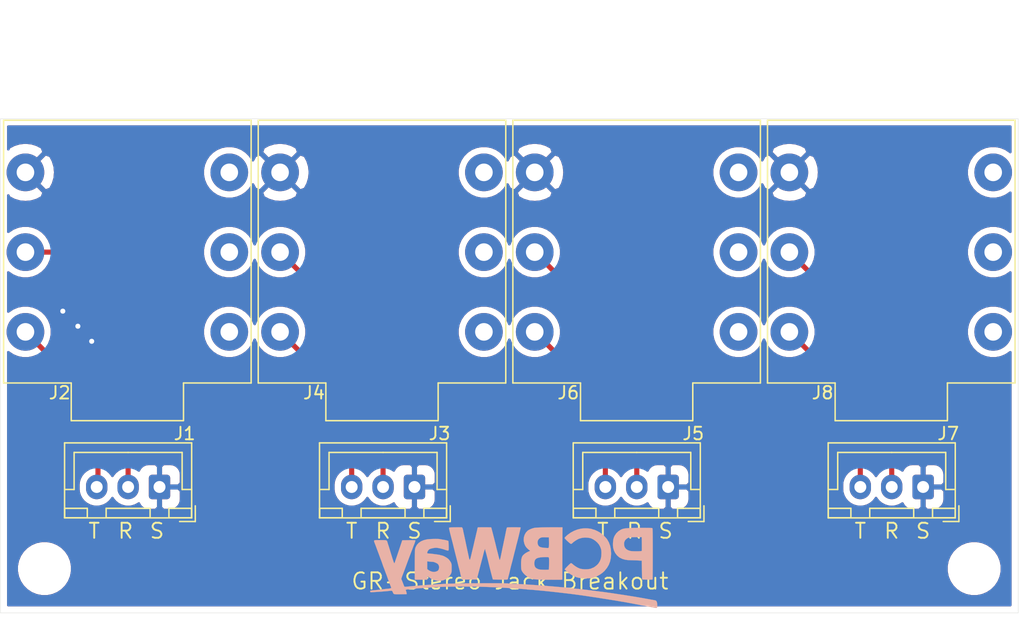
<source format=kicad_pcb>
(kicad_pcb (version 20171130) (host pcbnew "(5.1.2-1)-1")

  (general
    (thickness 1.6)
    (drawings 17)
    (tracks 24)
    (zones 0)
    (modules 11)
    (nets 22)
  )

  (page A4)
  (layers
    (0 F.Cu signal)
    (31 B.Cu signal)
    (32 B.Adhes user hide)
    (33 F.Adhes user hide)
    (34 B.Paste user hide)
    (35 F.Paste user hide)
    (36 B.SilkS user)
    (37 F.SilkS user)
    (38 B.Mask user)
    (39 F.Mask user)
    (40 Dwgs.User user hide)
    (41 Cmts.User user hide)
    (42 Eco1.User user hide)
    (43 Eco2.User user hide)
    (44 Edge.Cuts user)
    (45 Margin user hide)
    (46 B.CrtYd user hide)
    (47 F.CrtYd user hide)
    (48 B.Fab user hide)
    (49 F.Fab user hide)
  )

  (setup
    (last_trace_width 0.25)
    (user_trace_width 0.2032)
    (user_trace_width 0.254)
    (user_trace_width 0.4064)
    (user_trace_width 0.6096)
    (user_trace_width 0.8)
    (trace_clearance 0.2)
    (zone_clearance 0.508)
    (zone_45_only no)
    (trace_min 0.1524)
    (via_size 0.8)
    (via_drill 0.4)
    (via_min_size 0.658)
    (via_min_drill 0.3)
    (uvia_size 0.3)
    (uvia_drill 0.1)
    (uvias_allowed no)
    (uvia_min_size 0.2)
    (uvia_min_drill 0.1)
    (edge_width 0.15)
    (segment_width 0.2)
    (pcb_text_width 0.3)
    (pcb_text_size 1.5 1.5)
    (mod_edge_width 0.15)
    (mod_text_size 1 1)
    (mod_text_width 0.15)
    (pad_size 2 2)
    (pad_drill 1)
    (pad_to_mask_clearance 0)
    (solder_mask_min_width 0.0762)
    (aux_axis_origin 0 0)
    (grid_origin 88.011 136.271)
    (visible_elements FFFFFF7F)
    (pcbplotparams
      (layerselection 0x010f0_ffffffff)
      (usegerberextensions false)
      (usegerberattributes false)
      (usegerberadvancedattributes false)
      (creategerberjobfile false)
      (excludeedgelayer true)
      (linewidth 0.152400)
      (plotframeref false)
      (viasonmask false)
      (mode 1)
      (useauxorigin false)
      (hpglpennumber 1)
      (hpglpenspeed 20)
      (hpglpendiameter 15.000000)
      (psnegative false)
      (psa4output false)
      (plotreference true)
      (plotvalue false)
      (plotinvisibletext false)
      (padsonsilk false)
      (subtractmaskfromsilk false)
      (outputformat 1)
      (mirror false)
      (drillshape 0)
      (scaleselection 1)
      (outputdirectory "Output/"))
  )

  (net 0 "")
  (net 1 GNDREF)
  (net 2 /Ring_1)
  (net 3 /Tip_1)
  (net 4 /Tip_2)
  (net 5 /Ring_2)
  (net 6 /Tip_3)
  (net 7 /Ring_3)
  (net 8 /Tip_4)
  (net 9 /Ring_4)
  (net 10 "Net-(J2-PadTN)")
  (net 11 "Net-(J2-PadSN)")
  (net 12 "Net-(J2-PadRN)")
  (net 13 "Net-(J4-PadTN)")
  (net 14 "Net-(J4-PadSN)")
  (net 15 "Net-(J4-PadRN)")
  (net 16 "Net-(J6-PadTN)")
  (net 17 "Net-(J6-PadSN)")
  (net 18 "Net-(J6-PadRN)")
  (net 19 "Net-(J8-PadTN)")
  (net 20 "Net-(J8-PadSN)")
  (net 21 "Net-(J8-PadRN)")

  (net_class Default "This is the default net class."
    (clearance 0.2)
    (trace_width 0.25)
    (via_dia 0.8)
    (via_drill 0.4)
    (uvia_dia 0.3)
    (uvia_drill 0.1)
    (add_net /Ring_1)
    (add_net /Ring_2)
    (add_net /Ring_3)
    (add_net /Ring_4)
    (add_net /Tip_1)
    (add_net /Tip_2)
    (add_net /Tip_3)
    (add_net /Tip_4)
    (add_net GNDREF)
    (add_net "Net-(J2-PadRN)")
    (add_net "Net-(J2-PadSN)")
    (add_net "Net-(J2-PadTN)")
    (add_net "Net-(J4-PadRN)")
    (add_net "Net-(J4-PadSN)")
    (add_net "Net-(J4-PadTN)")
    (add_net "Net-(J6-PadRN)")
    (add_net "Net-(J6-PadSN)")
    (add_net "Net-(J6-PadTN)")
    (add_net "Net-(J8-PadRN)")
    (add_net "Net-(J8-PadSN)")
    (add_net "Net-(J8-PadTN)")
  )

  (net_class PWR ""
    (clearance 0.254)
    (trace_width 0.508)
    (via_dia 0.8)
    (via_drill 0.4)
    (uvia_dia 0.3)
    (uvia_drill 0.1)
  )

  (net_class Signals ""
    (clearance 0.254)
    (trace_width 0.4064)
    (via_dia 0.8)
    (via_drill 0.4)
    (uvia_dia 0.3)
    (uvia_drill 0.1)
  )

  (module MountingHole:MountingHole_3.2mm_M3 locked (layer F.Cu) (tedit 56D1B4CB) (tstamp 6201F446)
    (at 177.577 80.771)
    (descr "Mounting Hole 3.2mm, no annular, M3")
    (tags "mounting hole 3.2mm no annular m3")
    (path /62186665)
    (attr virtual)
    (fp_text reference MH2 (at 0 -4.2) (layer F.SilkS) hide
      (effects (font (size 1 1) (thickness 0.15)))
    )
    (fp_text value MountingHole (at 0 4.2) (layer F.Fab)
      (effects (font (size 1 1) (thickness 0.15)))
    )
    (fp_circle (center 0 0) (end 3.45 0) (layer F.CrtYd) (width 0.05))
    (fp_circle (center 0 0) (end 3.2 0) (layer Cmts.User) (width 0.15))
    (fp_text user %R (at 0.3 0) (layer F.Fab)
      (effects (font (size 1 1) (thickness 0.15)))
    )
    (pad 1 np_thru_hole circle (at 0 0) (size 3.2 3.2) (drill 3.2) (layers *.Cu *.Mask))
  )

  (module "_Custom_Footprints:pcb way logo" locked (layer B.Cu) (tedit 0) (tstamp 6201CFC4)
    (at 140.911 81.371 180)
    (fp_text reference G*** (at 0 0) (layer B.SilkS) hide
      (effects (font (size 1.524 1.524) (thickness 0.3)) (justify mirror))
    )
    (fp_text value LOGO (at 0.75 0) (layer B.SilkS) hide
      (effects (font (size 1.524 1.524) (thickness 0.3)) (justify mirror))
    )
    (fp_poly (pts (xy -5.560911 3.803272) (xy -5.401501 3.788201) (xy -5.361481 3.782119) (xy -5.076571 3.712881)
      (xy -4.795154 3.603568) (xy -4.529552 3.460411) (xy -4.292089 3.289645) (xy -4.172403 3.180698)
      (xy -4.104182 3.111351) (xy -4.067054 3.067069) (xy -4.056004 3.037177) (xy -4.066021 3.011004)
      (xy -4.082614 2.98951) (xy -4.145914 2.918544) (xy -4.226202 2.837772) (xy -4.314442 2.755176)
      (xy -4.401595 2.678736) (xy -4.478625 2.616435) (xy -4.536493 2.576255) (xy -4.562821 2.5654)
      (xy -4.611019 2.583036) (xy -4.669978 2.627085) (xy -4.687898 2.644802) (xy -4.765385 2.713937)
      (xy -4.873187 2.793114) (xy -4.995161 2.871822) (xy -5.115163 2.939552) (xy -5.204077 2.980846)
      (xy -5.433434 3.047431) (xy -5.676004 3.074538) (xy -5.9055 3.060961) (xy -6.008013 3.043887)
      (xy -6.095873 3.026926) (xy -6.152947 3.013246) (xy -6.1595 3.01109) (xy -6.334764 2.928043)
      (xy -6.505094 2.813034) (xy -6.658737 2.676321) (xy -6.783938 2.528159) (xy -6.859486 2.4003)
      (xy -6.918748 2.264428) (xy -6.956631 2.151699) (xy -6.977719 2.041597) (xy -6.986598 1.913602)
      (xy -6.987951 1.825497) (xy -6.975849 1.585018) (xy -6.935027 1.377938) (xy -6.862071 1.193607)
      (xy -6.753568 1.021377) (xy -6.714078 0.971088) (xy -6.653022 0.907088) (xy -6.572446 0.836536)
      (xy -6.484014 0.768037) (xy -6.399391 0.710197) (xy -6.33024 0.671621) (xy -6.292974 0.6604)
      (xy -6.243816 0.646042) (xy -6.23443 0.639417) (xy -6.162525 0.601646) (xy -6.051915 0.573469)
      (xy -5.913856 0.555281) (xy -5.759604 0.547474) (xy -5.600413 0.550441) (xy -5.447539 0.564576)
      (xy -5.312237 0.59027) (xy -5.260917 0.605425) (xy -5.107137 0.671914) (xy -4.942548 0.767067)
      (xy -4.78661 0.878755) (xy -4.69571 0.957705) (xy -4.628347 1.011261) (xy -4.571856 1.036723)
      (xy -4.55601 1.037218) (xy -4.52428 1.017224) (xy -4.467719 0.968773) (xy -4.394591 0.900253)
      (xy -4.313161 0.820054) (xy -4.231693 0.736565) (xy -4.158452 0.658174) (xy -4.101702 0.59327)
      (xy -4.069709 0.550244) (xy -4.065589 0.539418) (xy -4.086112 0.510392) (xy -4.139138 0.459079)
      (xy -4.215794 0.392666) (xy -4.307208 0.31834) (xy -4.404508 0.243287) (xy -4.498819 0.174696)
      (xy -4.581271 0.119752) (xy -4.591249 0.113626) (xy -4.791482 0.003248) (xy -4.983731 -0.077389)
      (xy -5.181082 -0.131596) (xy -5.396619 -0.162684) (xy -5.64343 -0.173966) (xy -5.7277 -0.173965)
      (xy -5.862372 -0.172168) (xy -5.983352 -0.169393) (xy -6.07926 -0.165985) (xy -6.138712 -0.162287)
      (xy -6.1468 -0.161319) (xy -6.375963 -0.106574) (xy -6.613318 -0.013754) (xy -6.844756 0.109575)
      (xy -7.056167 0.255847) (xy -7.23344 0.417494) (xy -7.2406 0.425239) (xy -7.431262 0.662584)
      (xy -7.575989 0.91087) (xy -7.676975 1.175961) (xy -7.736416 1.463719) (xy -7.756507 1.78001)
      (xy -7.756496 1.8034) (xy -7.736786 2.124543) (xy -7.679727 2.414522) (xy -7.584026 2.67796)
      (xy -7.448391 2.919476) (xy -7.441557 2.929567) (xy -7.361341 3.030988) (xy -7.252021 3.147527)
      (xy -7.127068 3.266597) (xy -6.999958 3.37561) (xy -6.884164 3.461979) (xy -6.8453 3.486617)
      (xy -6.739634 3.545704) (xy -6.62761 3.602647) (xy -6.520935 3.652104) (xy -6.431316 3.688736)
      (xy -6.370457 3.7072) (xy -6.359195 3.7084) (xy -6.307149 3.719548) (xy -6.279806 3.731066)
      (xy -6.187409 3.762905) (xy -6.057033 3.786728) (xy -5.900965 3.801853) (xy -5.731495 3.807595)
      (xy -5.560911 3.803272)) (layer B.SilkS) (width 0.01))
    (fp_poly (pts (xy 2.532456 3.889832) (xy 2.657716 3.888599) (xy 2.760042 3.886628) (xy 2.830218 3.883908)
      (xy 2.859028 3.880425) (xy 2.859131 3.880335) (xy 2.870932 3.849669) (xy 2.886371 3.786168)
      (xy 2.894808 3.743361) (xy 2.914947 3.643707) (xy 2.937976 3.544555) (xy 2.944905 3.5179)
      (xy 2.967687 3.428532) (xy 2.992133 3.324997) (xy 3.000082 3.2893) (xy 3.021346 3.193811)
      (xy 3.042446 3.102438) (xy 3.0494 3.0734) (xy 3.069674 2.990274) (xy 3.093142 2.894069)
      (xy 3.098966 2.8702) (xy 3.119846 2.781561) (xy 3.144823 2.671285) (xy 3.162504 2.5908)
      (xy 3.186527 2.483626) (xy 3.217016 2.353188) (xy 3.247891 2.225449) (xy 3.251763 2.2098)
      (xy 3.279067 2.09902) (xy 3.304077 1.996127) (xy 3.322385 1.91929) (xy 3.325692 1.905)
      (xy 3.370361 1.711357) (xy 3.405943 1.562349) (xy 3.434031 1.452947) (xy 3.456219 1.378121)
      (xy 3.474099 1.332842) (xy 3.489267 1.312082) (xy 3.503315 1.31081) (xy 3.511903 1.317344)
      (xy 3.532784 1.356941) (xy 3.552951 1.423368) (xy 3.556475 1.439407) (xy 3.566748 1.489444)
      (xy 3.578581 1.54598) (xy 3.59377 1.617408) (xy 3.614111 1.712121) (xy 3.6414 1.838512)
      (xy 3.677433 2.004974) (xy 3.683288 2.032) (xy 3.72666 2.233467) (xy 3.769819 2.436234)
      (xy 3.808996 2.622505) (xy 3.836623 2.7559) (xy 3.852659 2.832388) (xy 3.876453 2.943748)
      (xy 3.904813 3.075248) (xy 3.934547 3.212156) (xy 3.962463 3.339738) (xy 3.985368 3.443262)
      (xy 3.990713 3.4671) (xy 4.010052 3.559329) (xy 4.026819 3.649305) (xy 4.028207 3.6576)
      (xy 4.055076 3.774527) (xy 4.089715 3.85244) (xy 4.129567 3.885945) (xy 4.136931 3.886841)
      (xy 4.345495 3.88905) (xy 4.54253 3.889209) (xy 4.721766 3.88747) (xy 4.876936 3.883988)
      (xy 5.001773 3.878914) (xy 5.090008 3.872402) (xy 5.135374 3.864605) (xy 5.139404 3.862356)
      (xy 5.145247 3.849252) (xy 5.146076 3.823156) (xy 5.140926 3.779807) (xy 5.128834 3.714939)
      (xy 5.108838 3.624291) (xy 5.079975 3.503597) (xy 5.04128 3.348596) (xy 4.991792 3.155022)
      (xy 4.930548 2.918613) (xy 4.898082 2.794) (xy 4.865476 2.667856) (xy 4.83542 2.549524)
      (xy 4.811568 2.453503) (xy 4.798909 2.4003) (xy 4.775787 2.303417) (xy 4.750453 2.204447)
      (xy 4.748478 2.1971) (xy 4.72461 2.105348) (xy 4.702627 2.015622) (xy 4.700529 2.0066)
      (xy 4.684254 1.939014) (xy 4.659926 1.841453) (xy 4.632337 1.733091) (xy 4.627545 1.7145)
      (xy 4.574801 1.509431) (xy 4.526752 1.320887) (xy 4.485181 1.155968) (xy 4.451871 1.021776)
      (xy 4.428604 0.925408) (xy 4.420272 0.889) (xy 4.40403 0.821688) (xy 4.378762 0.72453)
      (xy 4.349429 0.61652) (xy 4.343963 0.5969) (xy 4.313978 0.486584) (xy 4.286853 0.381281)
      (xy 4.267782 0.301257) (xy 4.265814 0.2921) (xy 4.247455 0.204485) (xy 4.230429 0.123255)
      (xy 4.228551 0.1143) (xy 4.209852 0.04085) (xy 4.19199 -0.0127) (xy 4.173206 -0.070618)
      (xy 4.153088 -0.148808) (xy 4.149453 -0.1651) (xy 4.1275 -0.2667) (xy 2.938047 -0.2667)
      (xy 2.893177 -0.0889) (xy 2.868086 0.009446) (xy 2.83473 0.138709) (xy 2.797818 0.280692)
      (xy 2.76824 0.3937) (xy 2.735111 0.520353) (xy 2.704769 0.637322) (xy 2.680656 0.731281)
      (xy 2.666575 0.7874) (xy 2.644522 0.873764) (xy 2.619149 0.967425) (xy 2.6162 0.9779)
      (xy 2.591168 1.069487) (xy 2.568004 1.159124) (xy 2.56572 1.1684) (xy 2.548617 1.235871)
      (xy 2.523171 1.333261) (xy 2.494379 1.441473) (xy 2.489262 1.4605) (xy 2.458044 1.578672)
      (xy 2.427239 1.699113) (xy 2.403136 1.797197) (xy 2.401672 1.8034) (xy 2.366409 1.941706)
      (xy 2.333436 2.049421) (xy 2.304562 2.122787) (xy 2.281593 2.158044) (xy 2.266338 2.151435)
      (xy 2.260605 2.0992) (xy 2.2606 2.096696) (xy 2.250875 2.020759) (xy 2.237845 1.976046)
      (xy 2.216552 1.912822) (xy 2.193209 1.831697) (xy 2.18914 1.8161) (xy 2.164181 1.718938)
      (xy 2.138513 1.619802) (xy 2.136715 1.6129) (xy 2.105263 1.490582) (xy 2.071717 1.357498)
      (xy 2.040364 1.230881) (xy 2.015491 1.127962) (xy 2.00715 1.0922) (xy 1.979587 0.975023)
      (xy 1.9433 0.825859) (xy 1.901119 0.655861) (xy 1.855878 0.476179) (xy 1.810407 0.297964)
      (xy 1.767539 0.132369) (xy 1.730106 -0.009457) (xy 1.700939 -0.116362) (xy 1.694299 -0.1397)
      (xy 1.657617 -0.2667) (xy 1.069491 -0.273519) (xy 0.872546 -0.275198) (xy 0.721329 -0.274957)
      (xy 0.610798 -0.27258) (xy 0.535909 -0.267853) (xy 0.491621 -0.260563) (xy 0.47289 -0.250495)
      (xy 0.471765 -0.248119) (xy 0.460509 -0.205967) (xy 0.442497 -0.134359) (xy 0.431364 -0.0889)
      (xy 0.408486 0.002528) (xy 0.386331 0.086547) (xy 0.378578 0.1143) (xy 0.363845 0.169982)
      (xy 0.341079 0.261377) (xy 0.313671 0.3747) (xy 0.291144 0.4699) (xy 0.259688 0.604058)
      (xy 0.236509 0.70208) (xy 0.218289 0.777292) (xy 0.201711 0.843018) (xy 0.183458 0.912583)
      (xy 0.160214 0.999311) (xy 0.148882 1.0414) (xy 0.117117 1.160106) (xy 0.0908 1.260746)
      (xy 0.064449 1.364659) (xy 0.032584 1.493186) (xy 0.026561 1.51765) (xy 0.001936 1.617732)
      (xy -0.023503 1.721121) (xy -0.026562 1.73355) (xy -0.062832 1.879468) (xy -0.091806 1.99217)
      (xy -0.117699 2.087917) (xy -0.126945 2.1209) (xy -0.151296 2.214274) (xy -0.175148 2.316539)
      (xy -0.179472 2.3368) (xy -0.202089 2.433961) (xy -0.230564 2.541967) (xy -0.240947 2.5781)
      (xy -0.261252 2.650877) (xy -0.288878 2.756031) (xy -0.321933 2.885733) (xy -0.35852 3.032157)
      (xy -0.396745 3.187475) (xy -0.434712 3.343858) (xy -0.470528 3.49348) (xy -0.502296 3.628511)
      (xy -0.528122 3.741125) (xy -0.546111 3.823494) (xy -0.554369 3.86779) (xy -0.554459 3.873179)
      (xy -0.523918 3.878961) (xy -0.45192 3.883555) (xy -0.347737 3.886966) (xy -0.220638 3.889198)
      (xy -0.079893 3.890258) (xy 0.065228 3.890149) (xy 0.205456 3.888878) (xy 0.33152 3.886448)
      (xy 0.434151 3.882866) (xy 0.504078 3.878137) (xy 0.53178 3.87258) (xy 0.547402 3.846288)
      (xy 0.564882 3.793606) (xy 0.585844 3.708127) (xy 0.611912 3.58344) (xy 0.634504 3.4671)
      (xy 0.654403 3.365556) (xy 0.680383 3.237027) (xy 0.708666 3.099806) (xy 0.735475 2.97219)
      (xy 0.757031 2.872473) (xy 0.760377 2.8575) (xy 0.77832 2.774039) (xy 0.799698 2.669324)
      (xy 0.812631 2.6035) (xy 0.832633 2.503627) (xy 0.852741 2.409423) (xy 0.8636 2.3622)
      (xy 0.880611 2.286843) (xy 0.901294 2.187928) (xy 0.914568 2.1209) (xy 0.934794 2.017764)
      (xy 0.955077 1.917249) (xy 0.965565 1.8669) (xy 0.982392 1.78543) (xy 1.003342 1.680704)
      (xy 1.018543 1.60292) (xy 1.040573 1.500504) (xy 1.065117 1.403678) (xy 1.081736 1.34892)
      (xy 1.101631 1.298561) (xy 1.116971 1.287401) (xy 1.133013 1.318881) (xy 1.155009 1.396442)
      (xy 1.155156 1.397) (xy 1.173674 1.466752) (xy 1.195299 1.547245) (xy 1.195882 1.5494)
      (xy 1.218315 1.636652) (xy 1.240966 1.730949) (xy 1.243013 1.7399) (xy 1.260969 1.814112)
      (xy 1.287227 1.916925) (xy 1.316569 2.027975) (xy 1.321081 2.0447) (xy 1.350151 2.155161)
      (xy 1.376501 2.260569) (xy 1.395068 2.340579) (xy 1.396944 2.3495) (xy 1.409668 2.405685)
      (xy 1.43209 2.498761) (xy 1.462353 2.621461) (xy 1.498601 2.766515) (xy 1.538978 2.926655)
      (xy 1.581626 3.094614) (xy 1.624689 3.263123) (xy 1.666311 3.424914) (xy 1.704635 3.572717)
      (xy 1.737804 3.699266) (xy 1.763962 3.797292) (xy 1.781252 3.859527) (xy 1.787604 3.878872)
      (xy 1.815362 3.882449) (xy 1.884695 3.885376) (xy 1.986389 3.887641) (xy 2.111228 3.889232)
      (xy 2.249996 3.890136) (xy 2.393477 3.89034) (xy 2.532456 3.889832)) (layer B.SilkS) (width 0.01))
    (fp_poly (pts (xy -10.126591 3.844228) (xy -9.929313 3.843139) (xy -9.735945 3.841192) (xy -9.553325 3.838394)
      (xy -9.38829 3.834755) (xy -9.247678 3.830284) (xy -9.138327 3.824989) (xy -9.1313 3.824541)
      (xy -8.956587 3.810675) (xy -8.820741 3.793302) (xy -8.711841 3.770008) (xy -8.617965 3.738376)
      (xy -8.5471 3.706161) (xy -8.339348 3.575875) (xy -8.169537 3.411834) (xy -8.037919 3.214314)
      (xy -7.972923 3.067989) (xy -7.940297 2.945556) (xy -7.917438 2.789796) (xy -7.905442 2.617438)
      (xy -7.905406 2.44521) (xy -7.918428 2.289839) (xy -7.920839 2.273633) (xy -7.978841 2.053731)
      (xy -8.078306 1.848794) (xy -8.213134 1.667826) (xy -8.377223 1.519831) (xy -8.473314 1.458208)
      (xy -8.658103 1.371987) (xy -8.859803 1.312819) (xy -9.08855 1.278442) (xy -9.331367 1.266769)
      (xy -9.489371 1.263875) (xy -9.664856 1.258708) (xy -9.831707 1.252114) (xy -9.9187 1.247719)
      (xy -10.1981 1.2319) (xy -10.2235 -0.2667) (xy -10.631411 -0.273655) (xy -10.77054 -0.27497)
      (xy -10.891505 -0.274108) (xy -10.985333 -0.271294) (xy -11.04305 -0.266751) (xy -11.056861 -0.263072)
      (xy -11.059598 -0.235523) (xy -11.062204 -0.161025) (xy -11.064646 -0.04343) (xy -11.066891 0.113411)
      (xy -11.068906 0.305646) (xy -11.070657 0.529424) (xy -11.072113 0.780894) (xy -11.073239 1.056204)
      (xy -11.074003 1.351503) (xy -11.074371 1.662939) (xy -11.0744 1.780735) (xy -11.074244 2.164842)
      (xy -11.074084 2.273478) (xy -10.206686 2.273478) (xy -10.205711 2.153396) (xy -10.203623 2.065736)
      (xy -10.200501 2.018535) (xy -10.19943 2.013607) (xy -10.170509 2.001425) (xy -10.100654 1.991956)
      (xy -9.999658 1.985252) (xy -9.87732 1.981367) (xy -9.743433 1.980352) (xy -9.607793 1.98226)
      (xy -9.480196 1.987143) (xy -9.370437 1.995054) (xy -9.288312 2.006046) (xy -9.275898 2.008657)
      (xy -9.094353 2.069302) (xy -8.955111 2.157988) (xy -8.857953 2.274965) (xy -8.802659 2.420484)
      (xy -8.7884 2.56289) (xy -8.792343 2.646367) (xy -8.802568 2.7078) (xy -8.8138 2.7305)
      (xy -8.835581 2.766536) (xy -8.8392 2.792544) (xy -8.857061 2.834911) (xy -8.902809 2.893041)
      (xy -8.940235 2.930168) (xy -9.005333 2.985814) (xy -9.066813 3.028095) (xy -9.133035 3.058917)
      (xy -9.21236 3.080186) (xy -9.313151 3.093808) (xy -9.443767 3.101691) (xy -9.612571 3.105741)
      (xy -9.7155 3.106939) (xy -10.1981 3.1115) (xy -10.204983 2.578757) (xy -10.20647 2.417944)
      (xy -10.206686 2.273478) (xy -11.074084 2.273478) (xy -11.073747 2.500914) (xy -11.072867 2.791711)
      (xy -11.071559 3.039997) (xy -11.069782 3.248535) (xy -11.067493 3.420088) (xy -11.064649 3.557417)
      (xy -11.061207 3.663286) (xy -11.057123 3.740457) (xy -11.052356 3.791693) (xy -11.046863 3.819757)
      (xy -11.04265 3.827039) (xy -11.009458 3.832215) (xy -10.932311 3.83647) (xy -10.818049 3.839811)
      (xy -10.673508 3.842249) (xy -10.505526 3.843791) (xy -10.320941 3.844448) (xy -10.126591 3.844228)) (layer B.SilkS) (width 0.01))
    (fp_poly (pts (xy -2.826161 3.888604) (xy -2.547899 3.885702) (xy -2.298297 3.881231) (xy -2.081536 3.875271)
      (xy -1.901796 3.867901) (xy -1.76326 3.859201) (xy -1.670106 3.849252) (xy -1.652043 3.846118)
      (xy -1.511814 3.809359) (xy -1.36666 3.756716) (xy -1.233173 3.695249) (xy -1.127946 3.632021)
      (xy -1.102665 3.612326) (xy -0.971639 3.468909) (xy -0.874304 3.295237) (xy -0.814414 3.102098)
      (xy -0.795727 2.90028) (xy -0.808041 2.766075) (xy -0.85569 2.566701) (xy -0.928239 2.401811)
      (xy -1.03359 2.258017) (xy -1.179645 2.121929) (xy -1.19592 2.108919) (xy -1.314522 2.015169)
      (xy -1.149826 1.94342) (xy -0.999404 1.865906) (xy -0.86345 1.773398) (xy -0.754307 1.675281)
      (xy -0.692679 1.595897) (xy -0.643674 1.485989) (xy -0.610219 1.343592) (xy -0.591599 1.163695)
      (xy -0.587101 0.94129) (xy -0.588446 0.8636) (xy -0.592987 0.719002) (xy -0.59942 0.614043)
      (xy -0.609397 0.537564) (xy -0.624572 0.478406) (xy -0.646597 0.425408) (xy -0.656151 0.4064)
      (xy -0.753876 0.260044) (xy -0.889112 0.116632) (xy -1.049198 -0.012941) (xy -1.221469 -0.117778)
      (xy -1.31437 -0.159979) (xy -1.391698 -0.188515) (xy -1.470346 -0.212198) (xy -1.55594 -0.231518)
      (xy -1.654109 -0.246962) (xy -1.770477 -0.259017) (xy -1.910673 -0.268171) (xy -2.080323 -0.274912)
      (xy -2.285053 -0.279728) (xy -2.530491 -0.283105) (xy -2.757815 -0.285084) (xy -2.977534 -0.286331)
      (xy -3.18365 -0.286837) (xy -3.370072 -0.286637) (xy -3.530713 -0.285766) (xy -3.659482 -0.284259)
      (xy -3.750292 -0.28215) (xy -3.797052 -0.279474) (xy -3.799215 -0.279151) (xy -3.8735 -0.266203)
      (xy -3.878041 1.184547) (xy -2.818582 1.184547) (xy -2.817073 1.021154) (xy -2.816858 1.00502)
      (xy -2.814295 0.856885) (xy -2.810974 0.726325) (xy -2.807198 0.621829) (xy -2.803269 0.551884)
      (xy -2.7998 0.525388) (xy -2.771866 0.518289) (xy -2.702553 0.512947) (xy -2.601262 0.509762)
      (xy -2.477397 0.509135) (xy -2.429524 0.509607) (xy -2.265057 0.513623) (xy -2.14102 0.521235)
      (xy -2.047109 0.533535) (xy -1.973015 0.551613) (xy -1.9466 0.560712) (xy -1.812717 0.625543)
      (xy -1.721436 0.707944) (xy -1.66763 0.815751) (xy -1.646173 0.956802) (xy -1.64544 1.021055)
      (xy -1.656934 1.158) (xy -1.689294 1.267668) (xy -1.747132 1.353053) (xy -1.835059 1.417148)
      (xy -1.957686 1.462946) (xy -2.119625 1.493441) (xy -2.325487 1.511627) (xy -2.407225 1.515575)
      (xy -2.557358 1.520242) (xy -2.663947 1.519852) (xy -2.734033 1.51405) (xy -2.774655 1.502482)
      (xy -2.783707 1.496603) (xy -2.797929 1.477928) (xy -2.808051 1.444461) (xy -2.814549 1.389125)
      (xy -2.8179 1.304845) (xy -2.818582 1.184547) (xy -3.878041 1.184547) (xy -3.879999 1.809999)
      (xy -3.88244 2.590112) (xy -2.813181 2.590112) (xy -2.810644 2.467993) (xy -2.805187 2.370719)
      (xy -2.797283 2.309616) (xy -2.79461 2.300304) (xy -2.783084 2.271876) (xy -2.768266 2.252865)
      (xy -2.741647 2.242352) (xy -2.694719 2.239416) (xy -2.618975 2.243138) (xy -2.505906 2.252598)
      (xy -2.422709 2.260096) (xy -2.259121 2.280214) (xy -2.137508 2.309326) (xy -2.049305 2.351297)
      (xy -1.985948 2.409991) (xy -1.945487 2.475399) (xy -1.902792 2.61068) (xy -1.902858 2.746357)
      (xy -1.942613 2.871848) (xy -2.018982 2.976572) (xy -2.109711 3.041016) (xy -2.165453 3.066011)
      (xy -2.221264 3.081986) (xy -2.289857 3.090538) (xy -2.383946 3.093267) (xy -2.513896 3.091816)
      (xy -2.805291 3.0861) (xy -2.812327 2.725754) (xy -2.813181 2.590112) (xy -3.88244 2.590112)
      (xy -3.886497 3.8862) (xy -3.791099 3.887089) (xy -3.451942 3.889377) (xy -3.128903 3.889855)
      (xy -2.826161 3.888604)) (layer B.SilkS) (width 0.01))
    (fp_poly (pts (xy 6.374051 2.963366) (xy 6.534973 2.958054) (xy 6.687105 2.949813) (xy 6.818563 2.938907)
      (xy 6.9088 2.927132) (xy 7.166464 2.864128) (xy 7.386143 2.769718) (xy 7.56685 2.644696)
      (xy 7.707601 2.489858) (xy 7.807409 2.305998) (xy 7.85082 2.167245) (xy 7.856694 2.116434)
      (xy 7.861997 2.019777) (xy 7.866681 1.882223) (xy 7.870695 1.708723) (xy 7.873989 1.504228)
      (xy 7.876515 1.273689) (xy 7.878221 1.022055) (xy 7.879059 0.754277) (xy 7.878978 0.475307)
      (xy 7.877928 0.190094) (xy 7.87586 -0.096411) (xy 7.874744 -0.20955) (xy 7.874 -0.2794)
      (xy 6.8834 -0.2794) (xy 6.881614 -0.18415) (xy 6.875988 -0.087279) (xy 6.859568 -0.037279)
      (xy 6.826213 -0.030437) (xy 6.769778 -0.063037) (xy 6.730917 -0.093022) (xy 6.528512 -0.224926)
      (xy 6.305413 -0.316199) (xy 6.070831 -0.364866) (xy 5.833973 -0.368954) (xy 5.620289 -0.331176)
      (xy 5.41391 -0.248277) (xy 5.235986 -0.123391) (xy 5.087186 0.042941) (xy 5.014508 0.158159)
      (xy 4.984619 0.214355) (xy 4.964065 0.263604) (xy 4.951101 0.317165) (xy 4.943982 0.386294)
      (xy 4.940965 0.482249) (xy 4.940303 0.616287) (xy 4.9403 0.637007) (xy 4.940719 0.754567)
      (xy 5.939747 0.754567) (xy 5.945868 0.621594) (xy 5.949934 0.60325) (xy 5.985283 0.499964)
      (xy 6.038919 0.43254) (xy 6.124436 0.386614) (xy 6.169343 0.371435) (xy 6.275488 0.343441)
      (xy 6.362466 0.335245) (xy 6.453554 0.346858) (xy 6.54929 0.371648) (xy 6.64924 0.40918)
      (xy 6.745627 0.459168) (xy 6.78815 0.488082) (xy 6.8834 0.563069) (xy 6.8834 1.175704)
      (xy 6.67385 1.156668) (xy 6.571854 1.147871) (xy 6.486772 1.141384) (xy 6.433388 1.138311)
      (xy 6.4262 1.138211) (xy 6.363068 1.126765) (xy 6.274708 1.096245) (xy 6.179029 1.054403)
      (xy 6.093942 1.008994) (xy 6.041338 0.971591) (xy 5.972709 0.875821) (xy 5.939747 0.754567)
      (xy 4.940719 0.754567) (xy 4.940799 0.776953) (xy 4.943465 0.877469) (xy 4.950044 0.949922)
      (xy 4.962286 1.00568) (xy 4.98194 1.056111) (xy 5.010753 1.112582) (xy 5.014534 1.119607)
      (xy 5.077448 1.217687) (xy 5.1574 1.318344) (xy 5.205034 1.368558) (xy 5.285856 1.433962)
      (xy 5.389578 1.501342) (xy 5.502645 1.563625) (xy 5.6115 1.613736) (xy 5.702589 1.644604)
      (xy 5.746355 1.651) (xy 5.803451 1.659476) (xy 5.83057 1.67261) (xy 5.865458 1.685566)
      (xy 5.937495 1.701337) (xy 6.033337 1.717163) (xy 6.0706 1.722278) (xy 6.205962 1.739909)
      (xy 6.35533 1.759424) (xy 6.486908 1.776669) (xy 6.4897 1.777036) (xy 6.600417 1.789978)
      (xy 6.704469 1.799414) (xy 6.781362 1.803521) (xy 6.78815 1.803568) (xy 6.851035 1.807548)
      (xy 6.877931 1.826093) (xy 6.8834 1.865449) (xy 6.863629 1.950347) (xy 6.812914 2.041152)
      (xy 6.744146 2.118098) (xy 6.697419 2.150531) (xy 6.612845 2.183516) (xy 6.497012 2.21509)
      (xy 6.369385 2.241073) (xy 6.249429 2.257284) (xy 6.184899 2.2606) (xy 6.081305 2.252234)
      (xy 5.945471 2.229454) (xy 5.792701 2.195742) (xy 5.6383 2.154581) (xy 5.497572 2.109451)
      (xy 5.461 2.095925) (xy 5.373424 2.066142) (xy 5.290712 2.044044) (xy 5.267809 2.039656)
      (xy 5.216272 2.035367) (xy 5.191528 2.052825) (xy 5.179982 2.104872) (xy 5.177551 2.124899)
      (xy 5.174134 2.190438) (xy 5.173761 2.291548) (xy 5.176326 2.413097) (xy 5.180242 2.511177)
      (xy 5.1943 2.799853) (xy 5.2832 2.832329) (xy 5.353341 2.852546) (xy 5.452663 2.874639)
      (xy 5.559974 2.893905) (xy 5.5626 2.894313) (xy 5.677861 2.913091) (xy 5.793439 2.93341)
      (xy 5.8801 2.950033) (xy 5.957361 2.959082) (xy 6.073362 2.964145) (xy 6.216219 2.965484)
      (xy 6.374051 2.963366)) (layer B.SilkS) (width 0.01))
    (fp_poly (pts (xy 10.941751 2.86953) (xy 11.034044 2.863302) (xy 11.090937 2.848355) (xy 11.117548 2.821094)
      (xy 11.118996 2.777928) (xy 11.1004 2.715261) (xy 11.06688 2.629502) (xy 11.046612 2.5781)
      (xy 11.003013 2.464628) (xy 10.960072 2.350996) (xy 10.926076 2.259161) (xy 10.922 2.2479)
      (xy 10.890423 2.161388) (xy 10.849025 2.049481) (xy 10.805991 1.934288) (xy 10.799753 1.9177)
      (xy 10.752167 1.790368) (xy 10.700245 1.650019) (xy 10.655045 1.526542) (xy 10.654122 1.524)
      (xy 10.616622 1.421965) (xy 10.581593 1.328856) (xy 10.555917 1.262934) (xy 10.553619 1.2573)
      (xy 10.530664 1.197148) (xy 10.498007 1.106187) (xy 10.461877 1.001846) (xy 10.453769 0.9779)
      (xy 10.416205 0.867189) (xy 10.388152 0.787235) (xy 10.363191 0.720559) (xy 10.3349 0.649682)
      (xy 10.318485 0.6096) (xy 10.294763 0.548093) (xy 10.263994 0.46356) (xy 10.248367 0.4191)
      (xy 10.216029 0.328884) (xy 10.184411 0.245514) (xy 10.172459 0.2159) (xy 10.13949 0.133185)
      (xy 10.113576 0.0635) (xy 10.060957 -0.083985) (xy 10.005294 -0.238058) (xy 9.949596 -0.3906)
      (xy 9.896869 -0.533493) (xy 9.850123 -0.658618) (xy 9.812364 -0.757855) (xy 9.786601 -0.823087)
      (xy 9.777295 -0.844205) (xy 9.754822 -0.894763) (xy 9.754404 -0.931413) (xy 9.782027 -0.957549)
      (xy 9.843676 -0.976565) (xy 9.945338 -0.991853) (xy 10.0584 -1.003577) (xy 10.154068 -1.013432)
      (xy 10.28116 -1.027601) (xy 10.420715 -1.043932) (xy 10.5156 -1.055489) (xy 10.689517 -1.076871)
      (xy 10.82766 -1.093239) (xy 10.944623 -1.106176) (xy 11.055002 -1.117266) (xy 11.173393 -1.12809)
      (xy 11.233149 -1.133294) (xy 11.332288 -1.142985) (xy 11.391112 -1.153508) (xy 11.420014 -1.168775)
      (xy 11.429385 -1.1927) (xy 11.429999 -1.207411) (xy 11.415964 -1.258174) (xy 11.394359 -1.278241)
      (xy 11.36101 -1.279792) (xy 11.2848 -1.277645) (xy 11.173489 -1.272337) (xy 11.03484 -1.264408)
      (xy 10.876613 -1.254396) (xy 10.706569 -1.24284) (xy 10.532471 -1.230279) (xy 10.36208 -1.217251)
      (xy 10.203156 -1.204296) (xy 10.063462 -1.191951) (xy 9.950758 -1.180756) (xy 9.8933 -1.174049)
      (xy 9.80487 -1.164727) (xy 9.733206 -1.160864) (xy 9.701121 -1.162365) (xy 9.670543 -1.189154)
      (xy 9.635625 -1.249055) (xy 9.616279 -1.295641) (xy 9.597266 -1.345398) (xy 9.576233 -1.383223)
      (xy 9.546533 -1.410619) (xy 9.501522 -1.429087) (xy 9.434553 -1.440129) (xy 9.338983 -1.445248)
      (xy 9.208164 -1.445945) (xy 9.035453 -1.443723) (xy 8.9662 -1.442572) (xy 8.5217 -1.4351)
      (xy 8.526639 -1.345472) (xy 8.541657 -1.259388) (xy 8.569789 -1.182194) (xy 8.59313 -1.126869)
      (xy 8.597948 -1.092496) (xy 8.597406 -1.091402) (xy 8.566632 -1.078136) (xy 8.494993 -1.062243)
      (xy 8.392259 -1.045187) (xy 8.268202 -1.028429) (xy 8.132591 -1.013435) (xy 8.001 -1.002085)
      (xy 7.880738 -0.993106) (xy 7.732557 -0.981733) (xy 7.579169 -0.969721) (xy 7.493 -0.96285)
      (xy 7.010429 -0.925824) (xy 6.563164 -0.89557) (xy 6.138348 -0.871582) (xy 5.723121 -0.853352)
      (xy 5.304626 -0.840373) (xy 4.870005 -0.832137) (xy 4.406399 -0.828138) (xy 4.064 -0.827582)
      (xy 3.70564 -0.828459) (xy 3.376837 -0.830693) (xy 3.068014 -0.834549) (xy 2.769592 -0.840297)
      (xy 2.471992 -0.848203) (xy 2.165636 -0.858535) (xy 1.840947 -0.871562) (xy 1.488346 -0.88755)
      (xy 1.098255 -0.906768) (xy 0.9398 -0.91489) (xy 0.623408 -0.932526) (xy 0.274421 -0.954221)
      (xy -0.095155 -0.979089) (xy -0.473314 -1.006244) (xy -0.84805 -1.034797) (xy -1.207356 -1.063862)
      (xy -1.539228 -1.092553) (xy -1.8161 -1.118453) (xy -1.964562 -1.132806) (xy -2.127038 -1.148199)
      (xy -2.277416 -1.16217) (xy -2.3368 -1.167572) (xy -2.514025 -1.184428) (xy -2.732042 -1.206598)
      (xy -2.981247 -1.232996) (xy -3.252037 -1.262535) (xy -3.534808 -1.294128) (xy -3.819957 -1.326689)
      (xy -4.097881 -1.35913) (xy -4.358976 -1.390366) (xy -4.593638 -1.419309) (xy -4.792265 -1.444872)
      (xy -4.81965 -1.448522) (xy -4.948405 -1.465751) (xy -5.091174 -1.484818) (xy -5.18795 -1.49772)
      (xy -5.472592 -1.536675) (xy -5.742159 -1.575588) (xy -5.8928 -1.598426) (xy -6.103288 -1.630921)
      (xy -6.273467 -1.656851) (xy -6.413186 -1.677699) (xy -6.532297 -1.694942) (xy -6.5786 -1.701473)
      (xy -6.700755 -1.719395) (xy -6.834931 -1.740296) (xy -6.9088 -1.752401) (xy -7.02736 -1.771951)
      (xy -7.154652 -1.792293) (xy -7.2263 -1.8034) (xy -7.344215 -1.821722) (xy -7.472588 -1.842243)
      (xy -7.5311 -1.851822) (xy -7.625804 -1.867225) (xy -7.749763 -1.886994) (xy -7.882022 -1.907799)
      (xy -7.9375 -1.91643) (xy -8.076352 -1.938647) (xy -8.225299 -1.963595) (xy -8.358626 -1.986937)
      (xy -8.396499 -1.99386) (xy -8.503232 -2.013103) (xy -8.599587 -2.029466) (xy -8.667548 -2.03991)
      (xy -8.675899 -2.040991) (xy -8.713272 -2.046171) (xy -8.766917 -2.054833) (xy -8.843103 -2.068099)
      (xy -8.948101 -2.087093) (xy -9.088178 -2.112939) (xy -9.269605 -2.146759) (xy -9.3472 -2.161281)
      (xy -9.460378 -2.182322) (xy -9.582291 -2.20476) (xy -9.6266 -2.212846) (xy -9.78495 -2.241744)
      (xy -9.902302 -2.263488) (xy -9.987668 -2.279849) (xy -10.050061 -2.292596) (xy -10.098493 -2.3035)
      (xy -10.137547 -2.313188) (xy -10.222708 -2.329583) (xy -10.302451 -2.336785) (xy -10.305207 -2.3368)
      (xy -10.389259 -2.344859) (xy -10.45466 -2.359459) (xy -10.522408 -2.377393) (xy -10.614094 -2.398167)
      (xy -10.668 -2.409133) (xy -10.754195 -2.425812) (xy -10.871623 -2.448549) (xy -11.001646 -2.473736)
      (xy -11.075636 -2.488073) (xy -11.215799 -2.515642) (xy -11.31334 -2.532315) (xy -11.375922 -2.534407)
      (xy -11.411207 -2.518235) (xy -11.426859 -2.480114) (xy -11.430538 -2.41636) (xy -11.429913 -2.32329)
      (xy -11.429906 -2.31775) (xy -11.422505 -2.162627) (xy -11.398697 -2.050643) (xy -11.35584 -1.976033)
      (xy -11.291294 -1.933037) (xy -11.248185 -1.921243) (xy -11.173025 -1.907653) (xy -11.076152 -1.890428)
      (xy -11.0236 -1.881187) (xy -10.912621 -1.861549) (xy -10.790409 -1.839613) (xy -10.73785 -1.830069)
      (xy -10.519036 -1.79046) (xy -10.293835 -1.750321) (xy -10.07161 -1.711273) (xy -9.861723 -1.674935)
      (xy -9.673534 -1.642929) (xy -9.516406 -1.616876) (xy -9.399701 -1.598394) (xy -9.398 -1.598137)
      (xy -9.279182 -1.579733) (xy -9.151668 -1.559339) (xy -9.0805 -1.547618) (xy -8.848233 -1.510123)
      (xy -8.590469 -1.470995) (xy -8.4328 -1.448164) (xy -8.310512 -1.430283) (xy -8.176216 -1.409896)
      (xy -8.1026 -1.398354) (xy -7.984204 -1.379923) (xy -7.850051 -1.359726) (xy -7.7597 -1.346534)
      (xy -7.63307 -1.328344) (xy -7.493061 -1.308145) (xy -7.4041 -1.295261) (xy -7.2849 -1.27858)
      (xy -7.146108 -1.260064) (xy -7.0231 -1.244389) (xy -6.891528 -1.227993) (xy -6.7471 -1.209736)
      (xy -6.6294 -1.194644) (xy -6.504381 -1.178577) (xy -6.360295 -1.160258) (xy -6.22935 -1.143779)
      (xy -6.092834 -1.126668) (xy -5.94003 -1.107434) (xy -5.81025 -1.091028) (xy -5.611587 -1.066931)
      (xy -5.399058 -1.043047) (xy -5.18541 -1.020659) (xy -4.983395 -1.001055) (xy -4.805763 -0.985521)
      (xy -4.665262 -0.975343) (xy -4.6609 -0.975084) (xy -4.552447 -0.966681) (xy -4.458922 -0.955795)
      (xy -4.395258 -0.944304) (xy -4.3815 -0.939959) (xy -4.333971 -0.928502) (xy -4.250626 -0.916483)
      (xy -4.146384 -0.905899) (xy -4.1021 -0.90251) (xy -3.967084 -0.892391) (xy -3.809864 -0.879425)
      (xy -3.658769 -0.865973) (xy -3.6195 -0.862256) (xy -3.485673 -0.849858) (xy -3.324313 -0.835644)
      (xy -3.158541 -0.821621) (xy -3.048 -0.812655) (xy -2.887342 -0.799751) (xy -2.708169 -0.785069)
      (xy -2.53639 -0.770746) (xy -2.4384 -0.762418) (xy -2.303186 -0.751343) (xy -2.136186 -0.73848)
      (xy -1.956314 -0.725246) (xy -1.782484 -0.713054) (xy -1.7399 -0.710182) (xy -1.564178 -0.698399)
      (xy -1.371013 -0.685368) (xy -1.181737 -0.672531) (xy -1.017682 -0.661333) (xy -0.9906 -0.659474)
      (xy -0.831218 -0.649552) (xy -0.643355 -0.639458) (xy -0.449316 -0.63031) (xy -0.271404 -0.623222)
      (xy -0.254 -0.622624) (xy -0.082693 -0.615607) (xy 0.103789 -0.605934) (xy 0.284472 -0.594807)
      (xy 0.438378 -0.583429) (xy 0.4572 -0.581832) (xy 0.558902 -0.575794) (xy 0.711224 -0.570909)
      (xy 0.913997 -0.567179) (xy 1.167054 -0.564605) (xy 1.470227 -0.563187) (xy 1.823348 -0.562927)
      (xy 2.226249 -0.563826) (xy 2.678763 -0.565884) (xy 2.8194 -0.566699) (xy 3.244497 -0.569491)
      (xy 3.624182 -0.572519) (xy 3.963842 -0.575927) (xy 4.268864 -0.579858) (xy 4.544637 -0.584457)
      (xy 4.796546 -0.589867) (xy 5.029981 -0.596232) (xy 5.250328 -0.603696) (xy 5.462974 -0.612402)
      (xy 5.673308 -0.622495) (xy 5.886716 -0.634118) (xy 6.108586 -0.647415) (xy 6.2992 -0.659576)
      (xy 6.544222 -0.675725) (xy 6.760931 -0.690472) (xy 6.959533 -0.704625) (xy 7.150233 -0.718991)
      (xy 7.343241 -0.734378) (xy 7.548761 -0.751594) (xy 7.777001 -0.771447) (xy 8.038167 -0.794743)
      (xy 8.255 -0.814346) (xy 8.412969 -0.828557) (xy 8.527733 -0.838136) (xy 8.606675 -0.843058)
      (xy 8.65718 -0.843297) (xy 8.686633 -0.83883) (xy 8.702418 -0.829631) (xy 8.711919 -0.815675)
      (xy 8.713456 -0.8128) (xy 8.731032 -0.772796) (xy 8.760765 -0.698334) (xy 8.797412 -0.602683)
      (xy 8.813821 -0.5588) (xy 8.852285 -0.457189) (xy 8.886587 -0.370198) (xy 8.911262 -0.311548)
      (xy 8.917372 -0.298794) (xy 8.933576 -0.262712) (xy 8.940378 -0.225145) (xy 8.935878 -0.177617)
      (xy 8.918179 -0.111648) (xy 8.885381 -0.018762) (xy 8.835587 0.109521) (xy 8.813494 0.1651)
      (xy 8.78775 0.231507) (xy 8.748976 0.333767) (xy 8.701601 0.460031) (xy 8.650052 0.598447)
      (xy 8.598756 0.737162) (xy 8.552143 0.864327) (xy 8.547783 0.8763) (xy 8.512579 0.972337)
      (xy 8.46743 1.094461) (xy 8.415499 1.234222) (xy 8.359952 1.38317) (xy 8.303953 1.532857)
      (xy 8.250667 1.674831) (xy 8.203258 1.800644) (xy 8.164892 1.901845) (xy 8.138732 1.969985)
      (xy 8.129203 1.9939) (xy 8.10913 2.044316) (xy 8.079028 2.123562) (xy 8.0518 2.1971)
      (xy 8.010221 2.310243) (xy 7.980629 2.389119) (xy 7.957808 2.447263) (xy 7.936543 2.49821)
      (xy 7.929477 2.5146) (xy 7.902851 2.582545) (xy 7.873575 2.666703) (xy 7.847018 2.750326)
      (xy 7.828547 2.816664) (xy 7.8232 2.846203) (xy 7.848086 2.854948) (xy 7.92081 2.861165)
      (xy 8.038467 2.864755) (xy 8.19815 2.865617) (xy 8.347393 2.864366) (xy 8.871586 2.8575)
      (xy 9.118463 2.1209) (xy 9.180564 1.935835) (xy 9.237928 1.76532) (xy 9.288441 1.615596)
      (xy 9.329995 1.492905) (xy 9.360477 1.403488) (xy 9.377777 1.353585) (xy 9.380488 1.3462)
      (xy 9.396405 1.301406) (xy 9.420854 1.227703) (xy 9.437968 1.174365) (xy 9.464605 1.098384)
      (xy 9.488255 1.044701) (xy 9.499426 1.028808) (xy 9.51083 1.033261) (xy 9.527373 1.060235)
      (xy 9.550191 1.113073) (xy 9.580419 1.195115) (xy 9.619192 1.309702) (xy 9.667646 1.460177)
      (xy 9.726917 1.64988) (xy 9.798139 1.882153) (xy 9.87054 2.1209) (xy 9.907529 2.242238)
      (xy 9.940803 2.349402) (xy 9.966793 2.431025) (xy 9.981929 2.475741) (xy 9.982219 2.4765)
      (xy 10.001098 2.531929) (xy 10.025215 2.610725) (xy 10.034115 2.6416) (xy 10.055404 2.717587)
      (xy 10.075167 2.774588) (xy 10.100501 2.815326) (xy 10.138501 2.84252) (xy 10.196264 2.858889)
      (xy 10.280884 2.867154) (xy 10.399458 2.870035) (xy 10.559082 2.870251) (xy 10.630485 2.8702)
      (xy 10.808938 2.870632) (xy 10.941751 2.86953)) (layer B.SilkS) (width 0.01))
  )

  (module MountingHole:MountingHole_3.2mm_M3 locked (layer F.Cu) (tedit 56D1B4CB) (tstamp 6201F43E)
    (at 103.55 80.771)
    (descr "Mounting Hole 3.2mm, no annular, M3")
    (tags "mounting hole 3.2mm no annular m3")
    (path /62184080)
    (attr virtual)
    (fp_text reference MH1 (at 0 -4.2) (layer F.SilkS) hide
      (effects (font (size 1 1) (thickness 0.15)))
    )
    (fp_text value MountingHole (at 0 4.2) (layer F.Fab)
      (effects (font (size 1 1) (thickness 0.15)))
    )
    (fp_circle (center 0 0) (end 3.45 0) (layer F.CrtYd) (width 0.05))
    (fp_circle (center 0 0) (end 3.2 0) (layer Cmts.User) (width 0.15))
    (fp_text user %R (at 0.3 0) (layer F.Fab)
      (effects (font (size 1 1) (thickness 0.15)))
    )
    (pad 1 np_thru_hole circle (at 0 0) (size 3.2 3.2) (drill 3.2) (layers *.Cu *.Mask))
  )

  (module Connector_JST:JST_XH_B3B-XH-A_1x03_P2.50mm_Vertical (layer F.Cu) (tedit 5C28146C) (tstamp 64F97968)
    (at 112.711 74.271 180)
    (descr "JST XH series connector, B3B-XH-A (http://www.jst-mfg.com/product/pdf/eng/eXH.pdf), generated with kicad-footprint-generator")
    (tags "connector JST XH vertical")
    (path /62BA18D5)
    (fp_text reference J1 (at -2 4.25) (layer F.SilkS)
      (effects (font (size 1 1) (thickness 0.15)))
    )
    (fp_text value Conn_01x03 (at 2.5 4.6) (layer F.Fab)
      (effects (font (size 1 1) (thickness 0.15)))
    )
    (fp_text user %R (at 2.5 2.7) (layer F.Fab)
      (effects (font (size 1 1) (thickness 0.15)))
    )
    (fp_line (start -2.85 -2.75) (end -2.85 -1.5) (layer F.SilkS) (width 0.12))
    (fp_line (start -1.6 -2.75) (end -2.85 -2.75) (layer F.SilkS) (width 0.12))
    (fp_line (start 6.8 2.75) (end 2.5 2.75) (layer F.SilkS) (width 0.12))
    (fp_line (start 6.8 -0.2) (end 6.8 2.75) (layer F.SilkS) (width 0.12))
    (fp_line (start 7.55 -0.2) (end 6.8 -0.2) (layer F.SilkS) (width 0.12))
    (fp_line (start -1.8 2.75) (end 2.5 2.75) (layer F.SilkS) (width 0.12))
    (fp_line (start -1.8 -0.2) (end -1.8 2.75) (layer F.SilkS) (width 0.12))
    (fp_line (start -2.55 -0.2) (end -1.8 -0.2) (layer F.SilkS) (width 0.12))
    (fp_line (start 7.55 -2.45) (end 5.75 -2.45) (layer F.SilkS) (width 0.12))
    (fp_line (start 7.55 -1.7) (end 7.55 -2.45) (layer F.SilkS) (width 0.12))
    (fp_line (start 5.75 -1.7) (end 7.55 -1.7) (layer F.SilkS) (width 0.12))
    (fp_line (start 5.75 -2.45) (end 5.75 -1.7) (layer F.SilkS) (width 0.12))
    (fp_line (start -0.75 -2.45) (end -2.55 -2.45) (layer F.SilkS) (width 0.12))
    (fp_line (start -0.75 -1.7) (end -0.75 -2.45) (layer F.SilkS) (width 0.12))
    (fp_line (start -2.55 -1.7) (end -0.75 -1.7) (layer F.SilkS) (width 0.12))
    (fp_line (start -2.55 -2.45) (end -2.55 -1.7) (layer F.SilkS) (width 0.12))
    (fp_line (start 4.25 -2.45) (end 0.75 -2.45) (layer F.SilkS) (width 0.12))
    (fp_line (start 4.25 -1.7) (end 4.25 -2.45) (layer F.SilkS) (width 0.12))
    (fp_line (start 0.75 -1.7) (end 4.25 -1.7) (layer F.SilkS) (width 0.12))
    (fp_line (start 0.75 -2.45) (end 0.75 -1.7) (layer F.SilkS) (width 0.12))
    (fp_line (start 0 -1.35) (end 0.625 -2.35) (layer F.Fab) (width 0.1))
    (fp_line (start -0.625 -2.35) (end 0 -1.35) (layer F.Fab) (width 0.1))
    (fp_line (start 7.95 -2.85) (end -2.95 -2.85) (layer F.CrtYd) (width 0.05))
    (fp_line (start 7.95 3.9) (end 7.95 -2.85) (layer F.CrtYd) (width 0.05))
    (fp_line (start -2.95 3.9) (end 7.95 3.9) (layer F.CrtYd) (width 0.05))
    (fp_line (start -2.95 -2.85) (end -2.95 3.9) (layer F.CrtYd) (width 0.05))
    (fp_line (start 7.56 -2.46) (end -2.56 -2.46) (layer F.SilkS) (width 0.12))
    (fp_line (start 7.56 3.51) (end 7.56 -2.46) (layer F.SilkS) (width 0.12))
    (fp_line (start -2.56 3.51) (end 7.56 3.51) (layer F.SilkS) (width 0.12))
    (fp_line (start -2.56 -2.46) (end -2.56 3.51) (layer F.SilkS) (width 0.12))
    (fp_line (start 7.45 -2.35) (end -2.45 -2.35) (layer F.Fab) (width 0.1))
    (fp_line (start 7.45 3.4) (end 7.45 -2.35) (layer F.Fab) (width 0.1))
    (fp_line (start -2.45 3.4) (end 7.45 3.4) (layer F.Fab) (width 0.1))
    (fp_line (start -2.45 -2.35) (end -2.45 3.4) (layer F.Fab) (width 0.1))
    (pad 3 thru_hole oval (at 5 0 180) (size 1.7 1.95) (drill 0.95) (layers *.Cu *.Mask)
      (net 3 /Tip_1))
    (pad 2 thru_hole oval (at 2.5 0 180) (size 1.7 1.95) (drill 0.95) (layers *.Cu *.Mask)
      (net 2 /Ring_1))
    (pad 1 thru_hole roundrect (at 0 0 180) (size 1.7 1.95) (drill 0.95) (layers *.Cu *.Mask) (roundrect_rratio 0.147059)
      (net 1 GNDREF))
    (model ${KISYS3DMOD}/Connector_JST.3dshapes/JST_XH_B3B-XH-A_1x03_P2.50mm_Vertical.wrl
      (at (xyz 0 0 0))
      (scale (xyz 1 1 1))
      (rotate (xyz 0 0 0))
    )
  )

  (module footprints:Jack_6.35mm_Neutrik_NMJ6HFD2_Horizontal (layer F.Cu) (tedit 64F8EB04) (tstamp 64F96110)
    (at 102.036 61.921 90)
    (descr "M Series, 6.35mm (1/4in) stereo jack, switched, with full threaded nose and straight PCB pins, https://www.neutrik.com/en/product/nmj6hfd2")
    (tags "neutrik jack m")
    (path /64F97033)
    (fp_text reference J2 (at -4.85 2.725 180) (layer F.SilkS)
      (effects (font (size 1 1) (thickness 0.15)))
    )
    (fp_text value PJ-644F (at 6.35 19 90) (layer F.Fab)
      (effects (font (size 1 1) (thickness 0.15)))
    )
    (fp_line (start 16.85 2.495) (end 16.85 -1.74) (layer F.SilkS) (width 0.12))
    (fp_line (start -4.07 3.645) (end -4.07 -1.74) (layer F.SilkS) (width 0.12))
    (fp_line (start -7.07 3.645) (end -4.07 3.645) (layer F.SilkS) (width 0.12))
    (fp_line (start -7.07 12.545) (end -7.07 3.645) (layer F.SilkS) (width 0.12))
    (fp_line (start -6.95 3.765) (end -3.95 3.765) (layer F.Fab) (width 0.1))
    (fp_line (start -6.95 12.465) (end -3.95 12.465) (layer F.Fab) (width 0.1))
    (fp_line (start 25.9 2.615) (end 17.05 2.615) (layer F.Fab) (width 0.1))
    (fp_line (start 25.9 13.615) (end 17.05 13.615) (layer F.Fab) (width 0.1))
    (fp_line (start 25.9 13.615) (end 25.9 2.615) (layer F.Fab) (width 0.1))
    (fp_line (start -3.95 17.215) (end -3.95 -0.985) (layer F.Fab) (width 0.1))
    (fp_line (start -6.95 12.465) (end -6.95 3.765) (layer F.Fab) (width 0.1))
    (fp_line (start 17.05 -0.985) (end -3.95 -0.985) (layer F.Fab) (width 0.1))
    (fp_line (start 17.05 17.215) (end 17.05 -0.985) (layer F.Fab) (width 0.1))
    (fp_line (start 17.05 17.215) (end -3.95 17.215) (layer F.Fab) (width 0.1))
    (fp_line (start -4.07 17.97) (end -4.07 12.585) (layer F.SilkS) (width 0.12))
    (fp_line (start 16.85 17.97) (end -4.07 17.97) (layer F.SilkS) (width 0.12))
    (fp_line (start 16.85 -1.74) (end -4.07 -1.74) (layer F.SilkS) (width 0.12))
    (fp_line (start 16.85 17.97) (end 16.85 13.735) (layer F.SilkS) (width 0.12))
    (fp_line (start -7.07 12.585) (end -4.07 12.585) (layer F.SilkS) (width 0.12))
    (fp_line (start 16.85 13.735) (end 16.85 2.495) (layer F.SilkS) (width 0.12))
    (fp_line (start -7.45 18.23) (end -7.45 -2) (layer F.CrtYd) (width 0.05))
    (fp_line (start 26.4 -2) (end -7.45 -2) (layer F.CrtYd) (width 0.05))
    (fp_line (start 26.4 18.23) (end 26.4 -2) (layer F.CrtYd) (width 0.05))
    (fp_line (start -7.45 18.23) (end 26.4 18.23) (layer F.CrtYd) (width 0.05))
    (fp_text user %R (at 6.35 8.115 90) (layer F.Fab)
      (effects (font (size 1 1) (thickness 0.15)))
    )
    (pad TN thru_hole circle (at 0 16.23 90) (size 3 3) (drill 1.4) (layers *.Cu *.Mask)
      (net 10 "Net-(J2-PadTN)"))
    (pad SN thru_hole circle (at 12.7 16.23 90) (size 3 3) (drill 1.4) (layers *.Cu *.Mask)
      (net 11 "Net-(J2-PadSN)"))
    (pad RN thru_hole circle (at 6.35 16.23 90) (size 3 3) (drill 1.4) (layers *.Cu *.Mask)
      (net 12 "Net-(J2-PadRN)"))
    (pad T thru_hole circle (at 0 0 90) (size 3 3) (drill 1.4) (layers *.Cu *.Mask)
      (net 3 /Tip_1))
    (pad S thru_hole circle (at 12.7 0 90) (size 3 3) (drill 1.4) (layers *.Cu *.Mask)
      (net 1 GNDREF))
    (pad R thru_hole circle (at 6.35 0 90) (size 3 3) (drill 1.4) (layers *.Cu *.Mask)
      (net 2 /Ring_1))
    (model ${KISYS3DMOD}/Connector_Audio.3dshapes/Jack_6.35mm_Neutrik_NMJ6HFD2_Horizontal.wrl
      (at (xyz 0 0 0))
      (scale (xyz 1 1 1))
      (rotate (xyz 0 0 0))
    )
  )

  (module Connector_JST:JST_XH_B3B-XH-A_1x03_P2.50mm_Vertical (layer F.Cu) (tedit 5C28146C) (tstamp 64F96AD4)
    (at 133.011 74.271 180)
    (descr "JST XH series connector, B3B-XH-A (http://www.jst-mfg.com/product/pdf/eng/eXH.pdf), generated with kicad-footprint-generator")
    (tags "connector JST XH vertical")
    (path /65036FAB)
    (fp_text reference J3 (at -2 4.25) (layer F.SilkS)
      (effects (font (size 1 1) (thickness 0.15)))
    )
    (fp_text value Conn_01x03 (at 2.5 4.6) (layer F.Fab)
      (effects (font (size 1 1) (thickness 0.15)))
    )
    (fp_text user %R (at 2.5 2.7) (layer F.Fab)
      (effects (font (size 1 1) (thickness 0.15)))
    )
    (fp_line (start -2.85 -2.75) (end -2.85 -1.5) (layer F.SilkS) (width 0.12))
    (fp_line (start -1.6 -2.75) (end -2.85 -2.75) (layer F.SilkS) (width 0.12))
    (fp_line (start 6.8 2.75) (end 2.5 2.75) (layer F.SilkS) (width 0.12))
    (fp_line (start 6.8 -0.2) (end 6.8 2.75) (layer F.SilkS) (width 0.12))
    (fp_line (start 7.55 -0.2) (end 6.8 -0.2) (layer F.SilkS) (width 0.12))
    (fp_line (start -1.8 2.75) (end 2.5 2.75) (layer F.SilkS) (width 0.12))
    (fp_line (start -1.8 -0.2) (end -1.8 2.75) (layer F.SilkS) (width 0.12))
    (fp_line (start -2.55 -0.2) (end -1.8 -0.2) (layer F.SilkS) (width 0.12))
    (fp_line (start 7.55 -2.45) (end 5.75 -2.45) (layer F.SilkS) (width 0.12))
    (fp_line (start 7.55 -1.7) (end 7.55 -2.45) (layer F.SilkS) (width 0.12))
    (fp_line (start 5.75 -1.7) (end 7.55 -1.7) (layer F.SilkS) (width 0.12))
    (fp_line (start 5.75 -2.45) (end 5.75 -1.7) (layer F.SilkS) (width 0.12))
    (fp_line (start -0.75 -2.45) (end -2.55 -2.45) (layer F.SilkS) (width 0.12))
    (fp_line (start -0.75 -1.7) (end -0.75 -2.45) (layer F.SilkS) (width 0.12))
    (fp_line (start -2.55 -1.7) (end -0.75 -1.7) (layer F.SilkS) (width 0.12))
    (fp_line (start -2.55 -2.45) (end -2.55 -1.7) (layer F.SilkS) (width 0.12))
    (fp_line (start 4.25 -2.45) (end 0.75 -2.45) (layer F.SilkS) (width 0.12))
    (fp_line (start 4.25 -1.7) (end 4.25 -2.45) (layer F.SilkS) (width 0.12))
    (fp_line (start 0.75 -1.7) (end 4.25 -1.7) (layer F.SilkS) (width 0.12))
    (fp_line (start 0.75 -2.45) (end 0.75 -1.7) (layer F.SilkS) (width 0.12))
    (fp_line (start 0 -1.35) (end 0.625 -2.35) (layer F.Fab) (width 0.1))
    (fp_line (start -0.625 -2.35) (end 0 -1.35) (layer F.Fab) (width 0.1))
    (fp_line (start 7.95 -2.85) (end -2.95 -2.85) (layer F.CrtYd) (width 0.05))
    (fp_line (start 7.95 3.9) (end 7.95 -2.85) (layer F.CrtYd) (width 0.05))
    (fp_line (start -2.95 3.9) (end 7.95 3.9) (layer F.CrtYd) (width 0.05))
    (fp_line (start -2.95 -2.85) (end -2.95 3.9) (layer F.CrtYd) (width 0.05))
    (fp_line (start 7.56 -2.46) (end -2.56 -2.46) (layer F.SilkS) (width 0.12))
    (fp_line (start 7.56 3.51) (end 7.56 -2.46) (layer F.SilkS) (width 0.12))
    (fp_line (start -2.56 3.51) (end 7.56 3.51) (layer F.SilkS) (width 0.12))
    (fp_line (start -2.56 -2.46) (end -2.56 3.51) (layer F.SilkS) (width 0.12))
    (fp_line (start 7.45 -2.35) (end -2.45 -2.35) (layer F.Fab) (width 0.1))
    (fp_line (start 7.45 3.4) (end 7.45 -2.35) (layer F.Fab) (width 0.1))
    (fp_line (start -2.45 3.4) (end 7.45 3.4) (layer F.Fab) (width 0.1))
    (fp_line (start -2.45 -2.35) (end -2.45 3.4) (layer F.Fab) (width 0.1))
    (pad 3 thru_hole oval (at 5 0 180) (size 1.7 1.95) (drill 0.95) (layers *.Cu *.Mask)
      (net 4 /Tip_2))
    (pad 2 thru_hole oval (at 2.5 0 180) (size 1.7 1.95) (drill 0.95) (layers *.Cu *.Mask)
      (net 5 /Ring_2))
    (pad 1 thru_hole roundrect (at 0 0 180) (size 1.7 1.95) (drill 0.95) (layers *.Cu *.Mask) (roundrect_rratio 0.147059)
      (net 1 GNDREF))
    (model ${KISYS3DMOD}/Connector_JST.3dshapes/JST_XH_B3B-XH-A_1x03_P2.50mm_Vertical.wrl
      (at (xyz 0 0 0))
      (scale (xyz 1 1 1))
      (rotate (xyz 0 0 0))
    )
  )

  (module footprints:Jack_6.35mm_Neutrik_NMJ6HFD2_Horizontal (layer F.Cu) (tedit 64F8EB04) (tstamp 64F948CC)
    (at 122.311 61.921 90)
    (descr "M Series, 6.35mm (1/4in) stereo jack, switched, with full threaded nose and straight PCB pins, https://www.neutrik.com/en/product/nmj6hfd2")
    (tags "neutrik jack m")
    (path /65036FC2)
    (fp_text reference J4 (at -4.85 2.7 180) (layer F.SilkS)
      (effects (font (size 1 1) (thickness 0.15)))
    )
    (fp_text value PJ-644F (at 6.35 19 90) (layer F.Fab)
      (effects (font (size 1 1) (thickness 0.15)))
    )
    (fp_line (start 16.85 2.495) (end 16.85 -1.74) (layer F.SilkS) (width 0.12))
    (fp_line (start -4.07 3.645) (end -4.07 -1.74) (layer F.SilkS) (width 0.12))
    (fp_line (start -7.07 3.645) (end -4.07 3.645) (layer F.SilkS) (width 0.12))
    (fp_line (start -7.07 12.545) (end -7.07 3.645) (layer F.SilkS) (width 0.12))
    (fp_line (start -6.95 3.765) (end -3.95 3.765) (layer F.Fab) (width 0.1))
    (fp_line (start -6.95 12.465) (end -3.95 12.465) (layer F.Fab) (width 0.1))
    (fp_line (start 25.9 2.615) (end 17.05 2.615) (layer F.Fab) (width 0.1))
    (fp_line (start 25.9 13.615) (end 17.05 13.615) (layer F.Fab) (width 0.1))
    (fp_line (start 25.9 13.615) (end 25.9 2.615) (layer F.Fab) (width 0.1))
    (fp_line (start -3.95 17.215) (end -3.95 -0.985) (layer F.Fab) (width 0.1))
    (fp_line (start -6.95 12.465) (end -6.95 3.765) (layer F.Fab) (width 0.1))
    (fp_line (start 17.05 -0.985) (end -3.95 -0.985) (layer F.Fab) (width 0.1))
    (fp_line (start 17.05 17.215) (end 17.05 -0.985) (layer F.Fab) (width 0.1))
    (fp_line (start 17.05 17.215) (end -3.95 17.215) (layer F.Fab) (width 0.1))
    (fp_line (start -4.07 17.97) (end -4.07 12.585) (layer F.SilkS) (width 0.12))
    (fp_line (start 16.85 17.97) (end -4.07 17.97) (layer F.SilkS) (width 0.12))
    (fp_line (start 16.85 -1.74) (end -4.07 -1.74) (layer F.SilkS) (width 0.12))
    (fp_line (start 16.85 17.97) (end 16.85 13.735) (layer F.SilkS) (width 0.12))
    (fp_line (start -7.07 12.585) (end -4.07 12.585) (layer F.SilkS) (width 0.12))
    (fp_line (start 16.85 13.735) (end 16.85 2.495) (layer F.SilkS) (width 0.12))
    (fp_line (start -7.45 18.23) (end -7.45 -2) (layer F.CrtYd) (width 0.05))
    (fp_line (start 26.4 -2) (end -7.45 -2) (layer F.CrtYd) (width 0.05))
    (fp_line (start 26.4 18.23) (end 26.4 -2) (layer F.CrtYd) (width 0.05))
    (fp_line (start -7.45 18.23) (end 26.4 18.23) (layer F.CrtYd) (width 0.05))
    (fp_text user %R (at 6.35 8.115 90) (layer F.Fab)
      (effects (font (size 1 1) (thickness 0.15)))
    )
    (pad TN thru_hole circle (at 0 16.23 90) (size 3 3) (drill 1.4) (layers *.Cu *.Mask)
      (net 13 "Net-(J4-PadTN)"))
    (pad SN thru_hole circle (at 12.7 16.23 90) (size 3 3) (drill 1.4) (layers *.Cu *.Mask)
      (net 14 "Net-(J4-PadSN)"))
    (pad RN thru_hole circle (at 6.35 16.23 90) (size 3 3) (drill 1.4) (layers *.Cu *.Mask)
      (net 15 "Net-(J4-PadRN)"))
    (pad T thru_hole circle (at 0 0 90) (size 3 3) (drill 1.4) (layers *.Cu *.Mask)
      (net 4 /Tip_2))
    (pad S thru_hole circle (at 12.7 0 90) (size 3 3) (drill 1.4) (layers *.Cu *.Mask)
      (net 1 GNDREF))
    (pad R thru_hole circle (at 6.35 0 90) (size 3 3) (drill 1.4) (layers *.Cu *.Mask)
      (net 5 /Ring_2))
    (model ${KISYS3DMOD}/Connector_Audio.3dshapes/Jack_6.35mm_Neutrik_NMJ6HFD2_Horizontal.wrl
      (at (xyz 0 0 0))
      (scale (xyz 1 1 1))
      (rotate (xyz 0 0 0))
    )
  )

  (module Connector_JST:JST_XH_B3B-XH-A_1x03_P2.50mm_Vertical (layer F.Cu) (tedit 5C28146C) (tstamp 64F948F6)
    (at 153.211 74.271 180)
    (descr "JST XH series connector, B3B-XH-A (http://www.jst-mfg.com/product/pdf/eng/eXH.pdf), generated with kicad-footprint-generator")
    (tags "connector JST XH vertical")
    (path /6503894C)
    (fp_text reference J5 (at -2 4.25) (layer F.SilkS)
      (effects (font (size 1 1) (thickness 0.15)))
    )
    (fp_text value Conn_01x03 (at 2.5 4.6) (layer F.Fab)
      (effects (font (size 1 1) (thickness 0.15)))
    )
    (fp_text user %R (at 2.5 2.7) (layer F.Fab)
      (effects (font (size 1 1) (thickness 0.15)))
    )
    (fp_line (start -2.85 -2.75) (end -2.85 -1.5) (layer F.SilkS) (width 0.12))
    (fp_line (start -1.6 -2.75) (end -2.85 -2.75) (layer F.SilkS) (width 0.12))
    (fp_line (start 6.8 2.75) (end 2.5 2.75) (layer F.SilkS) (width 0.12))
    (fp_line (start 6.8 -0.2) (end 6.8 2.75) (layer F.SilkS) (width 0.12))
    (fp_line (start 7.55 -0.2) (end 6.8 -0.2) (layer F.SilkS) (width 0.12))
    (fp_line (start -1.8 2.75) (end 2.5 2.75) (layer F.SilkS) (width 0.12))
    (fp_line (start -1.8 -0.2) (end -1.8 2.75) (layer F.SilkS) (width 0.12))
    (fp_line (start -2.55 -0.2) (end -1.8 -0.2) (layer F.SilkS) (width 0.12))
    (fp_line (start 7.55 -2.45) (end 5.75 -2.45) (layer F.SilkS) (width 0.12))
    (fp_line (start 7.55 -1.7) (end 7.55 -2.45) (layer F.SilkS) (width 0.12))
    (fp_line (start 5.75 -1.7) (end 7.55 -1.7) (layer F.SilkS) (width 0.12))
    (fp_line (start 5.75 -2.45) (end 5.75 -1.7) (layer F.SilkS) (width 0.12))
    (fp_line (start -0.75 -2.45) (end -2.55 -2.45) (layer F.SilkS) (width 0.12))
    (fp_line (start -0.75 -1.7) (end -0.75 -2.45) (layer F.SilkS) (width 0.12))
    (fp_line (start -2.55 -1.7) (end -0.75 -1.7) (layer F.SilkS) (width 0.12))
    (fp_line (start -2.55 -2.45) (end -2.55 -1.7) (layer F.SilkS) (width 0.12))
    (fp_line (start 4.25 -2.45) (end 0.75 -2.45) (layer F.SilkS) (width 0.12))
    (fp_line (start 4.25 -1.7) (end 4.25 -2.45) (layer F.SilkS) (width 0.12))
    (fp_line (start 0.75 -1.7) (end 4.25 -1.7) (layer F.SilkS) (width 0.12))
    (fp_line (start 0.75 -2.45) (end 0.75 -1.7) (layer F.SilkS) (width 0.12))
    (fp_line (start 0 -1.35) (end 0.625 -2.35) (layer F.Fab) (width 0.1))
    (fp_line (start -0.625 -2.35) (end 0 -1.35) (layer F.Fab) (width 0.1))
    (fp_line (start 7.95 -2.85) (end -2.95 -2.85) (layer F.CrtYd) (width 0.05))
    (fp_line (start 7.95 3.9) (end 7.95 -2.85) (layer F.CrtYd) (width 0.05))
    (fp_line (start -2.95 3.9) (end 7.95 3.9) (layer F.CrtYd) (width 0.05))
    (fp_line (start -2.95 -2.85) (end -2.95 3.9) (layer F.CrtYd) (width 0.05))
    (fp_line (start 7.56 -2.46) (end -2.56 -2.46) (layer F.SilkS) (width 0.12))
    (fp_line (start 7.56 3.51) (end 7.56 -2.46) (layer F.SilkS) (width 0.12))
    (fp_line (start -2.56 3.51) (end 7.56 3.51) (layer F.SilkS) (width 0.12))
    (fp_line (start -2.56 -2.46) (end -2.56 3.51) (layer F.SilkS) (width 0.12))
    (fp_line (start 7.45 -2.35) (end -2.45 -2.35) (layer F.Fab) (width 0.1))
    (fp_line (start 7.45 3.4) (end 7.45 -2.35) (layer F.Fab) (width 0.1))
    (fp_line (start -2.45 3.4) (end 7.45 3.4) (layer F.Fab) (width 0.1))
    (fp_line (start -2.45 -2.35) (end -2.45 3.4) (layer F.Fab) (width 0.1))
    (pad 3 thru_hole oval (at 5 0 180) (size 1.7 1.95) (drill 0.95) (layers *.Cu *.Mask)
      (net 6 /Tip_3))
    (pad 2 thru_hole oval (at 2.5 0 180) (size 1.7 1.95) (drill 0.95) (layers *.Cu *.Mask)
      (net 7 /Ring_3))
    (pad 1 thru_hole roundrect (at 0 0 180) (size 1.7 1.95) (drill 0.95) (layers *.Cu *.Mask) (roundrect_rratio 0.147059)
      (net 1 GNDREF))
    (model ${KISYS3DMOD}/Connector_JST.3dshapes/JST_XH_B3B-XH-A_1x03_P2.50mm_Vertical.wrl
      (at (xyz 0 0 0))
      (scale (xyz 1 1 1))
      (rotate (xyz 0 0 0))
    )
  )

  (module footprints:Jack_6.35mm_Neutrik_NMJ6HFD2_Horizontal (layer F.Cu) (tedit 64F8EB04) (tstamp 64F94921)
    (at 142.586 61.921 90)
    (descr "M Series, 6.35mm (1/4in) stereo jack, switched, with full threaded nose and straight PCB pins, https://www.neutrik.com/en/product/nmj6hfd2")
    (tags "neutrik jack m")
    (path /65038963)
    (fp_text reference J6 (at -4.85 2.675 180) (layer F.SilkS)
      (effects (font (size 1 1) (thickness 0.15)))
    )
    (fp_text value PJ-644F (at 6.35 19 90) (layer F.Fab)
      (effects (font (size 1 1) (thickness 0.15)))
    )
    (fp_line (start 16.85 2.495) (end 16.85 -1.74) (layer F.SilkS) (width 0.12))
    (fp_line (start -4.07 3.645) (end -4.07 -1.74) (layer F.SilkS) (width 0.12))
    (fp_line (start -7.07 3.645) (end -4.07 3.645) (layer F.SilkS) (width 0.12))
    (fp_line (start -7.07 12.545) (end -7.07 3.645) (layer F.SilkS) (width 0.12))
    (fp_line (start -6.95 3.765) (end -3.95 3.765) (layer F.Fab) (width 0.1))
    (fp_line (start -6.95 12.465) (end -3.95 12.465) (layer F.Fab) (width 0.1))
    (fp_line (start 25.9 2.615) (end 17.05 2.615) (layer F.Fab) (width 0.1))
    (fp_line (start 25.9 13.615) (end 17.05 13.615) (layer F.Fab) (width 0.1))
    (fp_line (start 25.9 13.615) (end 25.9 2.615) (layer F.Fab) (width 0.1))
    (fp_line (start -3.95 17.215) (end -3.95 -0.985) (layer F.Fab) (width 0.1))
    (fp_line (start -6.95 12.465) (end -6.95 3.765) (layer F.Fab) (width 0.1))
    (fp_line (start 17.05 -0.985) (end -3.95 -0.985) (layer F.Fab) (width 0.1))
    (fp_line (start 17.05 17.215) (end 17.05 -0.985) (layer F.Fab) (width 0.1))
    (fp_line (start 17.05 17.215) (end -3.95 17.215) (layer F.Fab) (width 0.1))
    (fp_line (start -4.07 17.97) (end -4.07 12.585) (layer F.SilkS) (width 0.12))
    (fp_line (start 16.85 17.97) (end -4.07 17.97) (layer F.SilkS) (width 0.12))
    (fp_line (start 16.85 -1.74) (end -4.07 -1.74) (layer F.SilkS) (width 0.12))
    (fp_line (start 16.85 17.97) (end 16.85 13.735) (layer F.SilkS) (width 0.12))
    (fp_line (start -7.07 12.585) (end -4.07 12.585) (layer F.SilkS) (width 0.12))
    (fp_line (start 16.85 13.735) (end 16.85 2.495) (layer F.SilkS) (width 0.12))
    (fp_line (start -7.45 18.23) (end -7.45 -2) (layer F.CrtYd) (width 0.05))
    (fp_line (start 26.4 -2) (end -7.45 -2) (layer F.CrtYd) (width 0.05))
    (fp_line (start 26.4 18.23) (end 26.4 -2) (layer F.CrtYd) (width 0.05))
    (fp_line (start -7.45 18.23) (end 26.4 18.23) (layer F.CrtYd) (width 0.05))
    (fp_text user %R (at 6.35 8.115 90) (layer F.Fab)
      (effects (font (size 1 1) (thickness 0.15)))
    )
    (pad TN thru_hole circle (at 0 16.23 90) (size 3 3) (drill 1.4) (layers *.Cu *.Mask)
      (net 16 "Net-(J6-PadTN)"))
    (pad SN thru_hole circle (at 12.7 16.23 90) (size 3 3) (drill 1.4) (layers *.Cu *.Mask)
      (net 17 "Net-(J6-PadSN)"))
    (pad RN thru_hole circle (at 6.35 16.23 90) (size 3 3) (drill 1.4) (layers *.Cu *.Mask)
      (net 18 "Net-(J6-PadRN)"))
    (pad T thru_hole circle (at 0 0 90) (size 3 3) (drill 1.4) (layers *.Cu *.Mask)
      (net 6 /Tip_3))
    (pad S thru_hole circle (at 12.7 0 90) (size 3 3) (drill 1.4) (layers *.Cu *.Mask)
      (net 1 GNDREF))
    (pad R thru_hole circle (at 6.35 0 90) (size 3 3) (drill 1.4) (layers *.Cu *.Mask)
      (net 7 /Ring_3))
    (model ${KISYS3DMOD}/Connector_Audio.3dshapes/Jack_6.35mm_Neutrik_NMJ6HFD2_Horizontal.wrl
      (at (xyz 0 0 0))
      (scale (xyz 1 1 1))
      (rotate (xyz 0 0 0))
    )
  )

  (module Connector_JST:JST_XH_B3B-XH-A_1x03_P2.50mm_Vertical (layer F.Cu) (tedit 5C28146C) (tstamp 64F9494B)
    (at 173.511 74.271 180)
    (descr "JST XH series connector, B3B-XH-A (http://www.jst-mfg.com/product/pdf/eng/eXH.pdf), generated with kicad-footprint-generator")
    (tags "connector JST XH vertical")
    (path /65038980)
    (fp_text reference J7 (at -2 4.25) (layer F.SilkS)
      (effects (font (size 1 1) (thickness 0.15)))
    )
    (fp_text value Conn_01x03 (at 2.5 4.6) (layer F.Fab)
      (effects (font (size 1 1) (thickness 0.15)))
    )
    (fp_text user %R (at 2.5 2.7) (layer F.Fab)
      (effects (font (size 1 1) (thickness 0.15)))
    )
    (fp_line (start -2.85 -2.75) (end -2.85 -1.5) (layer F.SilkS) (width 0.12))
    (fp_line (start -1.6 -2.75) (end -2.85 -2.75) (layer F.SilkS) (width 0.12))
    (fp_line (start 6.8 2.75) (end 2.5 2.75) (layer F.SilkS) (width 0.12))
    (fp_line (start 6.8 -0.2) (end 6.8 2.75) (layer F.SilkS) (width 0.12))
    (fp_line (start 7.55 -0.2) (end 6.8 -0.2) (layer F.SilkS) (width 0.12))
    (fp_line (start -1.8 2.75) (end 2.5 2.75) (layer F.SilkS) (width 0.12))
    (fp_line (start -1.8 -0.2) (end -1.8 2.75) (layer F.SilkS) (width 0.12))
    (fp_line (start -2.55 -0.2) (end -1.8 -0.2) (layer F.SilkS) (width 0.12))
    (fp_line (start 7.55 -2.45) (end 5.75 -2.45) (layer F.SilkS) (width 0.12))
    (fp_line (start 7.55 -1.7) (end 7.55 -2.45) (layer F.SilkS) (width 0.12))
    (fp_line (start 5.75 -1.7) (end 7.55 -1.7) (layer F.SilkS) (width 0.12))
    (fp_line (start 5.75 -2.45) (end 5.75 -1.7) (layer F.SilkS) (width 0.12))
    (fp_line (start -0.75 -2.45) (end -2.55 -2.45) (layer F.SilkS) (width 0.12))
    (fp_line (start -0.75 -1.7) (end -0.75 -2.45) (layer F.SilkS) (width 0.12))
    (fp_line (start -2.55 -1.7) (end -0.75 -1.7) (layer F.SilkS) (width 0.12))
    (fp_line (start -2.55 -2.45) (end -2.55 -1.7) (layer F.SilkS) (width 0.12))
    (fp_line (start 4.25 -2.45) (end 0.75 -2.45) (layer F.SilkS) (width 0.12))
    (fp_line (start 4.25 -1.7) (end 4.25 -2.45) (layer F.SilkS) (width 0.12))
    (fp_line (start 0.75 -1.7) (end 4.25 -1.7) (layer F.SilkS) (width 0.12))
    (fp_line (start 0.75 -2.45) (end 0.75 -1.7) (layer F.SilkS) (width 0.12))
    (fp_line (start 0 -1.35) (end 0.625 -2.35) (layer F.Fab) (width 0.1))
    (fp_line (start -0.625 -2.35) (end 0 -1.35) (layer F.Fab) (width 0.1))
    (fp_line (start 7.95 -2.85) (end -2.95 -2.85) (layer F.CrtYd) (width 0.05))
    (fp_line (start 7.95 3.9) (end 7.95 -2.85) (layer F.CrtYd) (width 0.05))
    (fp_line (start -2.95 3.9) (end 7.95 3.9) (layer F.CrtYd) (width 0.05))
    (fp_line (start -2.95 -2.85) (end -2.95 3.9) (layer F.CrtYd) (width 0.05))
    (fp_line (start 7.56 -2.46) (end -2.56 -2.46) (layer F.SilkS) (width 0.12))
    (fp_line (start 7.56 3.51) (end 7.56 -2.46) (layer F.SilkS) (width 0.12))
    (fp_line (start -2.56 3.51) (end 7.56 3.51) (layer F.SilkS) (width 0.12))
    (fp_line (start -2.56 -2.46) (end -2.56 3.51) (layer F.SilkS) (width 0.12))
    (fp_line (start 7.45 -2.35) (end -2.45 -2.35) (layer F.Fab) (width 0.1))
    (fp_line (start 7.45 3.4) (end 7.45 -2.35) (layer F.Fab) (width 0.1))
    (fp_line (start -2.45 3.4) (end 7.45 3.4) (layer F.Fab) (width 0.1))
    (fp_line (start -2.45 -2.35) (end -2.45 3.4) (layer F.Fab) (width 0.1))
    (pad 3 thru_hole oval (at 5 0 180) (size 1.7 1.95) (drill 0.95) (layers *.Cu *.Mask)
      (net 8 /Tip_4))
    (pad 2 thru_hole oval (at 2.5 0 180) (size 1.7 1.95) (drill 0.95) (layers *.Cu *.Mask)
      (net 9 /Ring_4))
    (pad 1 thru_hole roundrect (at 0 0 180) (size 1.7 1.95) (drill 0.95) (layers *.Cu *.Mask) (roundrect_rratio 0.147059)
      (net 1 GNDREF))
    (model ${KISYS3DMOD}/Connector_JST.3dshapes/JST_XH_B3B-XH-A_1x03_P2.50mm_Vertical.wrl
      (at (xyz 0 0 0))
      (scale (xyz 1 1 1))
      (rotate (xyz 0 0 0))
    )
  )

  (module footprints:Jack_6.35mm_Neutrik_NMJ6HFD2_Horizontal (layer F.Cu) (tedit 64F8EB04) (tstamp 64F971E4)
    (at 162.861 61.921 90)
    (descr "M Series, 6.35mm (1/4in) stereo jack, switched, with full threaded nose and straight PCB pins, https://www.neutrik.com/en/product/nmj6hfd2")
    (tags "neutrik jack m")
    (path /65038997)
    (fp_text reference J8 (at -4.85 2.65 180) (layer F.SilkS)
      (effects (font (size 1 1) (thickness 0.15)))
    )
    (fp_text value PJ-644F (at 6.35 19 90) (layer F.Fab)
      (effects (font (size 1 1) (thickness 0.15)))
    )
    (fp_line (start 16.85 2.495) (end 16.85 -1.74) (layer F.SilkS) (width 0.12))
    (fp_line (start -4.07 3.645) (end -4.07 -1.74) (layer F.SilkS) (width 0.12))
    (fp_line (start -7.07 3.645) (end -4.07 3.645) (layer F.SilkS) (width 0.12))
    (fp_line (start -7.07 12.545) (end -7.07 3.645) (layer F.SilkS) (width 0.12))
    (fp_line (start -6.95 3.765) (end -3.95 3.765) (layer F.Fab) (width 0.1))
    (fp_line (start -6.95 12.465) (end -3.95 12.465) (layer F.Fab) (width 0.1))
    (fp_line (start 25.9 2.615) (end 17.05 2.615) (layer F.Fab) (width 0.1))
    (fp_line (start 25.9 13.615) (end 17.05 13.615) (layer F.Fab) (width 0.1))
    (fp_line (start 25.9 13.615) (end 25.9 2.615) (layer F.Fab) (width 0.1))
    (fp_line (start -3.95 17.215) (end -3.95 -0.985) (layer F.Fab) (width 0.1))
    (fp_line (start -6.95 12.465) (end -6.95 3.765) (layer F.Fab) (width 0.1))
    (fp_line (start 17.05 -0.985) (end -3.95 -0.985) (layer F.Fab) (width 0.1))
    (fp_line (start 17.05 17.215) (end 17.05 -0.985) (layer F.Fab) (width 0.1))
    (fp_line (start 17.05 17.215) (end -3.95 17.215) (layer F.Fab) (width 0.1))
    (fp_line (start -4.07 17.97) (end -4.07 12.585) (layer F.SilkS) (width 0.12))
    (fp_line (start 16.85 17.97) (end -4.07 17.97) (layer F.SilkS) (width 0.12))
    (fp_line (start 16.85 -1.74) (end -4.07 -1.74) (layer F.SilkS) (width 0.12))
    (fp_line (start 16.85 17.97) (end 16.85 13.735) (layer F.SilkS) (width 0.12))
    (fp_line (start -7.07 12.585) (end -4.07 12.585) (layer F.SilkS) (width 0.12))
    (fp_line (start 16.85 13.735) (end 16.85 2.495) (layer F.SilkS) (width 0.12))
    (fp_line (start -7.45 18.23) (end -7.45 -2) (layer F.CrtYd) (width 0.05))
    (fp_line (start 26.4 -2) (end -7.45 -2) (layer F.CrtYd) (width 0.05))
    (fp_line (start 26.4 18.23) (end 26.4 -2) (layer F.CrtYd) (width 0.05))
    (fp_line (start -7.45 18.23) (end 26.4 18.23) (layer F.CrtYd) (width 0.05))
    (fp_text user %R (at 6.35 8.115 90) (layer F.Fab)
      (effects (font (size 1 1) (thickness 0.15)))
    )
    (pad TN thru_hole circle (at 0 16.23 90) (size 3 3) (drill 1.4) (layers *.Cu *.Mask)
      (net 19 "Net-(J8-PadTN)"))
    (pad SN thru_hole circle (at 12.7 16.23 90) (size 3 3) (drill 1.4) (layers *.Cu *.Mask)
      (net 20 "Net-(J8-PadSN)"))
    (pad RN thru_hole circle (at 6.35 16.23 90) (size 3 3) (drill 1.4) (layers *.Cu *.Mask)
      (net 21 "Net-(J8-PadRN)"))
    (pad T thru_hole circle (at 0 0 90) (size 3 3) (drill 1.4) (layers *.Cu *.Mask)
      (net 8 /Tip_4))
    (pad S thru_hole circle (at 12.7 0 90) (size 3 3) (drill 1.4) (layers *.Cu *.Mask)
      (net 1 GNDREF))
    (pad R thru_hole circle (at 6.35 0 90) (size 3 3) (drill 1.4) (layers *.Cu *.Mask)
      (net 9 /Ring_4))
    (model ${KISYS3DMOD}/Connector_Audio.3dshapes/Jack_6.35mm_Neutrik_NMJ6HFD2_Horizontal.wrl
      (at (xyz 0 0 0))
      (scale (xyz 1 1 1))
      (rotate (xyz 0 0 0))
    )
  )

  (gr_text S (at 153.011 77.771) (layer F.SilkS) (tstamp 64F9763B)
    (effects (font (size 1.2 1.2) (thickness 0.15)))
  )
  (gr_text R (at 150.511 77.771) (layer F.SilkS) (tstamp 64F9763A)
    (effects (font (size 1.2 1.2) (thickness 0.15)))
  )
  (gr_text T (at 148.011 77.771) (layer F.SilkS) (tstamp 64F97639)
    (effects (font (size 1.2 1.2) (thickness 0.15)))
  )
  (gr_text S (at 133.011 77.771) (layer F.SilkS) (tstamp 64F9762B)
    (effects (font (size 1.2 1.2) (thickness 0.15)))
  )
  (gr_text R (at 130.511 77.771) (layer F.SilkS) (tstamp 64F97628)
    (effects (font (size 1.2 1.2) (thickness 0.15)))
  )
  (gr_text T (at 128.011 77.771) (layer F.SilkS) (tstamp 64F97622)
    (effects (font (size 1.2 1.2) (thickness 0.15)))
  )
  (gr_text T (at 168.511 77.771) (layer F.SilkS) (tstamp 64F9762E)
    (effects (font (size 1.2 1.2) (thickness 0.15)))
  )
  (gr_text R (at 171.011 77.771) (layer F.SilkS) (tstamp 64F97625)
    (effects (font (size 1.2 1.2) (thickness 0.15)))
  )
  (gr_text S (at 173.511 77.771) (layer F.SilkS) (tstamp 64F9761F)
    (effects (font (size 1.2 1.2) (thickness 0.15)))
  )
  (gr_text S (at 112.511 77.771) (layer F.SilkS) (tstamp 6221E615)
    (effects (font (size 1.2 1.2) (thickness 0.15)))
  )
  (gr_text R (at 110.011 77.771) (layer F.SilkS) (tstamp 6221E610)
    (effects (font (size 1.2 1.2) (thickness 0.15)))
  )
  (gr_text T (at 107.511 77.771) (layer F.SilkS) (tstamp 64F975CD)
    (effects (font (size 1.2 1.2) (thickness 0.15)))
  )
  (gr_text "GR-Stereo Jack Breakout" (at 140.611 81.771) (layer F.SilkS) (tstamp 6221E8F8)
    (effects (font (size 1.3 1.3) (thickness 0.15)))
  )
  (gr_line (start 100.05 84.3) (end 100.05 44.958) (layer Edge.Cuts) (width 0.0254))
  (gr_line (start 181.077 84.3) (end 100.05 84.3) (layer Edge.Cuts) (width 0.0254))
  (gr_line (start 181.077 44.958) (end 181.077 84.3) (layer Edge.Cuts) (width 0.0254))
  (gr_line (start 100.05 44.958) (end 181.077 44.958) (layer Edge.Cuts) (width 0.0254))

  (via (at 105.011 60.271) (size 0.8) (drill 0.4) (layers F.Cu B.Cu) (net 1))
  (via (at 106.211 61.471) (size 0.8) (drill 0.4) (layers F.Cu B.Cu) (net 1))
  (via (at 107.311 62.671) (size 0.8) (drill 0.4) (layers F.Cu B.Cu) (net 1))
  (segment (start 110.211 74.071) (end 110.011 74.271) (width 0.4064) (layer F.Cu) (net 2))
  (segment (start 110.211 61.371) (end 110.211 74.071) (width 0.4064) (layer F.Cu) (net 2))
  (segment (start 104.411 55.571) (end 110.211 61.371) (width 0.4064) (layer F.Cu) (net 2))
  (segment (start 102.036 55.571) (end 104.411 55.571) (width 0.4064) (layer F.Cu) (net 2))
  (segment (start 107.811 73.971) (end 107.511 74.271) (width 0.4064) (layer F.Cu) (net 3))
  (segment (start 107.811 67.696) (end 107.811 73.971) (width 0.4064) (layer F.Cu) (net 3))
  (segment (start 102.036 61.921) (end 107.811 67.696) (width 0.4064) (layer F.Cu) (net 3))
  (segment (start 128.011 67.621) (end 122.311 61.921) (width 0.4064) (layer F.Cu) (net 4))
  (segment (start 128.011 74.271) (end 128.011 67.621) (width 0.4064) (layer F.Cu) (net 4))
  (segment (start 130.511 63.771) (end 122.311 55.571) (width 0.4064) (layer F.Cu) (net 5))
  (segment (start 130.511 74.271) (end 130.511 63.771) (width 0.4064) (layer F.Cu) (net 5))
  (segment (start 148.211 67.546) (end 142.586 61.921) (width 0.4064) (layer F.Cu) (net 6))
  (segment (start 148.211 74.071) (end 148.211 67.546) (width 0.4064) (layer F.Cu) (net 6))
  (segment (start 148.011 74.271) (end 148.211 74.071) (width 0.4064) (layer F.Cu) (net 6))
  (segment (start 150.711 63.696) (end 142.586 55.571) (width 0.4064) (layer F.Cu) (net 7))
  (segment (start 150.711 74.071) (end 150.711 63.696) (width 0.4064) (layer F.Cu) (net 7))
  (segment (start 150.511 74.271) (end 150.711 74.071) (width 0.4064) (layer F.Cu) (net 7))
  (segment (start 168.511 67.571) (end 162.861 61.921) (width 0.4064) (layer F.Cu) (net 8))
  (segment (start 168.511 74.271) (end 168.511 67.571) (width 0.4064) (layer F.Cu) (net 8))
  (segment (start 171.011 63.721) (end 162.861 55.571) (width 0.4064) (layer F.Cu) (net 9))
  (segment (start 171.011 74.271) (end 171.011 63.721) (width 0.4064) (layer F.Cu) (net 9))

  (zone (net 1) (net_name GNDREF) (layer F.Cu) (tstamp 6221EF2A) (hatch edge 0.508)
    (connect_pads (clearance 0.508))
    (min_thickness 0.2032)
    (fill yes (arc_segments 32) (thermal_gap 0.762) (thermal_bridge_width 0.4064))
    (polygon
      (pts
        (xy 100.00996 44.94276) (xy 181.31354 44.92616) (xy 181.46533 84.92526) (xy 100.15667 84.61674)
      )
    )
    (filled_polygon
      (pts
        (xy 180.4547 47.601276) (xy 180.435791 47.582367) (xy 180.09027 47.351497) (xy 179.706347 47.192471) (xy 179.298777 47.1114)
        (xy 178.883223 47.1114) (xy 178.475653 47.192471) (xy 178.09173 47.351497) (xy 177.746209 47.582367) (xy 177.452367 47.876209)
        (xy 177.221497 48.22173) (xy 177.062471 48.605653) (xy 176.9814 49.013223) (xy 176.9814 49.428777) (xy 177.062471 49.836347)
        (xy 177.221497 50.22027) (xy 177.452367 50.565791) (xy 177.746209 50.859633) (xy 178.09173 51.090503) (xy 178.475653 51.249529)
        (xy 178.883223 51.3306) (xy 179.298777 51.3306) (xy 179.706347 51.249529) (xy 180.09027 51.090503) (xy 180.435791 50.859633)
        (xy 180.4547 50.840724) (xy 180.4547 53.951276) (xy 180.435791 53.932367) (xy 180.09027 53.701497) (xy 179.706347 53.542471)
        (xy 179.298777 53.4614) (xy 178.883223 53.4614) (xy 178.475653 53.542471) (xy 178.09173 53.701497) (xy 177.746209 53.932367)
        (xy 177.452367 54.226209) (xy 177.221497 54.57173) (xy 177.062471 54.955653) (xy 176.9814 55.363223) (xy 176.9814 55.778777)
        (xy 177.062471 56.186347) (xy 177.221497 56.57027) (xy 177.452367 56.915791) (xy 177.746209 57.209633) (xy 178.09173 57.440503)
        (xy 178.475653 57.599529) (xy 178.883223 57.6806) (xy 179.298777 57.6806) (xy 179.706347 57.599529) (xy 180.09027 57.440503)
        (xy 180.435791 57.209633) (xy 180.4547 57.190724) (xy 180.4547 60.301276) (xy 180.435791 60.282367) (xy 180.09027 60.051497)
        (xy 179.706347 59.892471) (xy 179.298777 59.8114) (xy 178.883223 59.8114) (xy 178.475653 59.892471) (xy 178.09173 60.051497)
        (xy 177.746209 60.282367) (xy 177.452367 60.576209) (xy 177.221497 60.92173) (xy 177.062471 61.305653) (xy 176.9814 61.713223)
        (xy 176.9814 62.128777) (xy 177.062471 62.536347) (xy 177.221497 62.92027) (xy 177.452367 63.265791) (xy 177.746209 63.559633)
        (xy 178.09173 63.790503) (xy 178.475653 63.949529) (xy 178.883223 64.0306) (xy 179.298777 64.0306) (xy 179.706347 63.949529)
        (xy 180.09027 63.790503) (xy 180.435791 63.559633) (xy 180.4547 63.540724) (xy 180.454701 83.6777) (xy 100.6723 83.6777)
        (xy 100.6723 80.553373) (xy 101.3404 80.553373) (xy 101.3404 80.988627) (xy 101.425314 81.415516) (xy 101.591878 81.817638)
        (xy 101.833692 82.179538) (xy 102.141462 82.487308) (xy 102.503362 82.729122) (xy 102.905484 82.895686) (xy 103.332373 82.9806)
        (xy 103.767627 82.9806) (xy 104.194516 82.895686) (xy 104.596638 82.729122) (xy 104.958538 82.487308) (xy 105.266308 82.179538)
        (xy 105.508122 81.817638) (xy 105.674686 81.415516) (xy 105.7596 80.988627) (xy 105.7596 80.553373) (xy 175.3674 80.553373)
        (xy 175.3674 80.988627) (xy 175.452314 81.415516) (xy 175.618878 81.817638) (xy 175.860692 82.179538) (xy 176.168462 82.487308)
        (xy 176.530362 82.729122) (xy 176.932484 82.895686) (xy 177.359373 82.9806) (xy 177.794627 82.9806) (xy 178.221516 82.895686)
        (xy 178.623638 82.729122) (xy 178.985538 82.487308) (xy 179.293308 82.179538) (xy 179.535122 81.817638) (xy 179.701686 81.415516)
        (xy 179.7866 80.988627) (xy 179.7866 80.553373) (xy 179.701686 80.126484) (xy 179.535122 79.724362) (xy 179.293308 79.362462)
        (xy 178.985538 79.054692) (xy 178.623638 78.812878) (xy 178.221516 78.646314) (xy 177.794627 78.5614) (xy 177.359373 78.5614)
        (xy 176.932484 78.646314) (xy 176.530362 78.812878) (xy 176.168462 79.054692) (xy 175.860692 79.362462) (xy 175.618878 79.724362)
        (xy 175.452314 80.126484) (xy 175.3674 80.553373) (xy 105.7596 80.553373) (xy 105.674686 80.126484) (xy 105.508122 79.724362)
        (xy 105.266308 79.362462) (xy 104.958538 79.054692) (xy 104.596638 78.812878) (xy 104.194516 78.646314) (xy 103.767627 78.5614)
        (xy 103.332373 78.5614) (xy 102.905484 78.646314) (xy 102.503362 78.812878) (xy 102.141462 79.054692) (xy 101.833692 79.362462)
        (xy 101.591878 79.724362) (xy 101.425314 80.126484) (xy 101.3404 80.553373) (xy 100.6723 80.553373) (xy 100.6723 63.540724)
        (xy 100.691209 63.559633) (xy 101.03673 63.790503) (xy 101.420653 63.949529) (xy 101.828223 64.0306) (xy 102.243777 64.0306)
        (xy 102.651347 63.949529) (xy 102.837818 63.87229) (xy 106.9982 68.032672) (xy 106.998201 72.871977) (xy 106.896167 72.926515)
        (xy 106.673914 73.108913) (xy 106.491515 73.331166) (xy 106.355981 73.584733) (xy 106.272519 73.859868) (xy 106.2514 74.074297)
        (xy 106.2514 74.467702) (xy 106.272519 74.682131) (xy 106.355981 74.957266) (xy 106.491515 75.210833) (xy 106.673913 75.433086)
        (xy 106.896166 75.615485) (xy 107.149733 75.751019) (xy 107.424868 75.834481) (xy 107.711 75.862662) (xy 107.997131 75.834481)
        (xy 108.272266 75.751019) (xy 108.525833 75.615485) (xy 108.748086 75.433087) (xy 108.930485 75.210834) (xy 108.961 75.153744)
        (xy 108.991515 75.210833) (xy 109.173913 75.433086) (xy 109.396166 75.615485) (xy 109.649733 75.751019) (xy 109.924868 75.834481)
        (xy 110.211 75.862662) (xy 110.497131 75.834481) (xy 110.772266 75.751019) (xy 111.025833 75.615485) (xy 111.062975 75.585003)
        (xy 111.139468 75.728112) (xy 111.247388 75.859612) (xy 111.378888 75.967532) (xy 111.528915 76.047723) (xy 111.691705 76.097105)
        (xy 111.861 76.113779) (xy 112.3935 76.1096) (xy 112.6094 75.8937) (xy 112.6094 74.3726) (xy 112.8126 74.3726)
        (xy 112.8126 75.8937) (xy 113.0285 76.1096) (xy 113.561 76.113779) (xy 113.730295 76.097105) (xy 113.893085 76.047723)
        (xy 114.043112 75.967532) (xy 114.174612 75.859612) (xy 114.282532 75.728112) (xy 114.362723 75.578085) (xy 114.412105 75.415295)
        (xy 114.428779 75.246) (xy 114.4246 74.5885) (xy 114.2087 74.3726) (xy 112.8126 74.3726) (xy 112.6094 74.3726)
        (xy 112.5894 74.3726) (xy 112.5894 74.1694) (xy 112.6094 74.1694) (xy 112.6094 72.6483) (xy 112.8126 72.6483)
        (xy 112.8126 74.1694) (xy 114.2087 74.1694) (xy 114.4246 73.9535) (xy 114.428779 73.296) (xy 114.412105 73.126705)
        (xy 114.362723 72.963915) (xy 114.282532 72.813888) (xy 114.174612 72.682388) (xy 114.043112 72.574468) (xy 113.893085 72.494277)
        (xy 113.730295 72.444895) (xy 113.561 72.428221) (xy 113.0285 72.4324) (xy 112.8126 72.6483) (xy 112.6094 72.6483)
        (xy 112.3935 72.4324) (xy 111.861 72.428221) (xy 111.691705 72.444895) (xy 111.528915 72.494277) (xy 111.378888 72.574468)
        (xy 111.247388 72.682388) (xy 111.139468 72.813888) (xy 111.062975 72.956996) (xy 111.025834 72.926515) (xy 111.0238 72.925428)
        (xy 111.0238 61.410923) (xy 111.027732 61.371) (xy 111.012039 61.211663) (xy 110.965562 61.05845) (xy 110.890088 60.917248)
        (xy 110.813966 60.824493) (xy 110.788517 60.793483) (xy 110.757507 60.768034) (xy 105.352696 55.363223) (xy 116.1564 55.363223)
        (xy 116.1564 55.778777) (xy 116.237471 56.186347) (xy 116.396497 56.57027) (xy 116.627367 56.915791) (xy 116.921209 57.209633)
        (xy 117.26673 57.440503) (xy 117.650653 57.599529) (xy 118.058223 57.6806) (xy 118.473777 57.6806) (xy 118.881347 57.599529)
        (xy 119.26527 57.440503) (xy 119.610791 57.209633) (xy 119.904633 56.915791) (xy 120.135503 56.57027) (xy 120.2885 56.200902)
        (xy 120.441497 56.57027) (xy 120.672367 56.915791) (xy 120.966209 57.209633) (xy 121.31173 57.440503) (xy 121.695653 57.599529)
        (xy 122.103223 57.6806) (xy 122.518777 57.6806) (xy 122.926347 57.599529) (xy 123.112818 57.52229) (xy 129.698201 64.107674)
        (xy 129.6982 72.925428) (xy 129.696167 72.926515) (xy 129.473914 73.108913) (xy 129.291515 73.331166) (xy 129.261 73.388256)
        (xy 129.230485 73.331166) (xy 129.048087 73.108913) (xy 128.825834 72.926515) (xy 128.8238 72.925428) (xy 128.8238 67.66092)
        (xy 128.827732 67.620999) (xy 128.8238 67.581077) (xy 128.812039 67.461663) (xy 128.765562 67.30845) (xy 128.716377 67.216432)
        (xy 128.690088 67.167247) (xy 128.658729 67.129037) (xy 128.588517 67.043483) (xy 128.5575 67.018028) (xy 124.26229 62.722818)
        (xy 124.339529 62.536347) (xy 124.4206 62.128777) (xy 124.4206 61.713223) (xy 124.339529 61.305653) (xy 124.180503 60.92173)
        (xy 123.949633 60.576209) (xy 123.655791 60.282367) (xy 123.31027 60.051497) (xy 122.926347 59.892471) (xy 122.518777 59.8114)
        (xy 122.103223 59.8114) (xy 121.695653 59.892471) (xy 121.31173 60.051497) (xy 120.966209 60.282367) (xy 120.672367 60.576209)
        (xy 120.441497 60.92173) (xy 120.2885 61.291098) (xy 120.135503 60.92173) (xy 119.904633 60.576209) (xy 119.610791 60.282367)
        (xy 119.26527 60.051497) (xy 118.881347 59.892471) (xy 118.473777 59.8114) (xy 118.058223 59.8114) (xy 117.650653 59.892471)
        (xy 117.26673 60.051497) (xy 116.921209 60.282367) (xy 116.627367 60.576209) (xy 116.396497 60.92173) (xy 116.237471 61.305653)
        (xy 116.1564 61.713223) (xy 116.1564 62.128777) (xy 116.237471 62.536347) (xy 116.396497 62.92027) (xy 116.627367 63.265791)
        (xy 116.921209 63.559633) (xy 117.26673 63.790503) (xy 117.650653 63.949529) (xy 118.058223 64.0306) (xy 118.473777 64.0306)
        (xy 118.881347 63.949529) (xy 119.26527 63.790503) (xy 119.610791 63.559633) (xy 119.904633 63.265791) (xy 120.135503 62.92027)
        (xy 120.2885 62.550902) (xy 120.441497 62.92027) (xy 120.672367 63.265791) (xy 120.966209 63.559633) (xy 121.31173 63.790503)
        (xy 121.695653 63.949529) (xy 122.103223 64.0306) (xy 122.518777 64.0306) (xy 122.926347 63.949529) (xy 123.112818 63.87229)
        (xy 127.198201 67.957673) (xy 127.1982 72.925428) (xy 127.196167 72.926515) (xy 126.973914 73.108913) (xy 126.791515 73.331166)
        (xy 126.655981 73.584733) (xy 126.572519 73.859868) (xy 126.5514 74.074297) (xy 126.5514 74.467702) (xy 126.572519 74.682131)
        (xy 126.655981 74.957266) (xy 126.791515 75.210833) (xy 126.973913 75.433086) (xy 127.196166 75.615485) (xy 127.449733 75.751019)
        (xy 127.724868 75.834481) (xy 128.011 75.862662) (xy 128.297131 75.834481) (xy 128.572266 75.751019) (xy 128.825833 75.615485)
        (xy 129.048086 75.433087) (xy 129.230485 75.210834) (xy 129.261 75.153744) (xy 129.291515 75.210833) (xy 129.473913 75.433086)
        (xy 129.696166 75.615485) (xy 129.949733 75.751019) (xy 130.224868 75.834481) (xy 130.511 75.862662) (xy 130.797131 75.834481)
        (xy 131.072266 75.751019) (xy 131.325833 75.615485) (xy 131.362975 75.585003) (xy 131.439468 75.728112) (xy 131.547388 75.859612)
        (xy 131.678888 75.967532) (xy 131.828915 76.047723) (xy 131.991705 76.097105) (xy 132.161 76.113779) (xy 132.6935 76.1096)
        (xy 132.9094 75.8937) (xy 132.9094 74.3726) (xy 133.1126 74.3726) (xy 133.1126 75.8937) (xy 133.3285 76.1096)
        (xy 133.861 76.113779) (xy 134.030295 76.097105) (xy 134.193085 76.047723) (xy 134.343112 75.967532) (xy 134.474612 75.859612)
        (xy 134.582532 75.728112) (xy 134.662723 75.578085) (xy 134.712105 75.415295) (xy 134.728779 75.246) (xy 134.7246 74.5885)
        (xy 134.5087 74.3726) (xy 133.1126 74.3726) (xy 132.9094 74.3726) (xy 132.8894 74.3726) (xy 132.8894 74.1694)
        (xy 132.9094 74.1694) (xy 132.9094 72.6483) (xy 133.1126 72.6483) (xy 133.1126 74.1694) (xy 134.5087 74.1694)
        (xy 134.7246 73.9535) (xy 134.728779 73.296) (xy 134.712105 73.126705) (xy 134.662723 72.963915) (xy 134.582532 72.813888)
        (xy 134.474612 72.682388) (xy 134.343112 72.574468) (xy 134.193085 72.494277) (xy 134.030295 72.444895) (xy 133.861 72.428221)
        (xy 133.3285 72.4324) (xy 133.1126 72.6483) (xy 132.9094 72.6483) (xy 132.6935 72.4324) (xy 132.161 72.428221)
        (xy 131.991705 72.444895) (xy 131.828915 72.494277) (xy 131.678888 72.574468) (xy 131.547388 72.682388) (xy 131.439468 72.813888)
        (xy 131.362975 72.956996) (xy 131.325834 72.926515) (xy 131.3238 72.925428) (xy 131.3238 63.81092) (xy 131.327732 63.770999)
        (xy 131.3238 63.731077) (xy 131.312039 63.611663) (xy 131.265562 63.45845) (xy 131.190088 63.317248) (xy 131.088517 63.193483)
        (xy 131.057506 63.168033) (xy 124.26229 56.372818) (xy 124.339529 56.186347) (xy 124.4206 55.778777) (xy 124.4206 55.363223)
        (xy 136.4314 55.363223) (xy 136.4314 55.778777) (xy 136.512471 56.186347) (xy 136.671497 56.57027) (xy 136.902367 56.915791)
        (xy 137.196209 57.209633) (xy 137.54173 57.440503) (xy 137.925653 57.599529) (xy 138.333223 57.6806) (xy 138.748777 57.6806)
        (xy 139.156347 57.599529) (xy 139.54027 57.440503) (xy 139.885791 57.209633) (xy 140.179633 56.915791) (xy 140.410503 56.57027)
        (xy 140.5635 56.200902) (xy 140.716497 56.57027) (xy 140.947367 56.915791) (xy 141.241209 57.209633) (xy 141.58673 57.440503)
        (xy 141.970653 57.599529) (xy 142.378223 57.6806) (xy 142.793777 57.6806) (xy 143.201347 57.599529) (xy 143.387818 57.52229)
        (xy 149.898201 64.032674) (xy 149.8982 72.925428) (xy 149.896167 72.926515) (xy 149.673914 73.108913) (xy 149.491515 73.331166)
        (xy 149.461 73.388256) (xy 149.430485 73.331166) (xy 149.248087 73.108913) (xy 149.025834 72.926515) (xy 149.0238 72.925428)
        (xy 149.0238 67.58592) (xy 149.027732 67.545999) (xy 149.0238 67.506077) (xy 149.012039 67.386663) (xy 148.965562 67.23345)
        (xy 148.903451 67.117248) (xy 148.890088 67.092247) (xy 148.813966 66.999493) (xy 148.788517 66.968483) (xy 148.757506 66.943033)
        (xy 144.53729 62.722818) (xy 144.614529 62.536347) (xy 144.6956 62.128777) (xy 144.6956 61.713223) (xy 144.614529 61.305653)
        (xy 144.455503 60.92173) (xy 144.224633 60.576209) (xy 143.930791 60.282367) (xy 143.58527 60.051497) (xy 143.201347 59.892471)
        (xy 142.793777 59.8114) (xy 142.378223 59.8114) (xy 141.970653 59.892471) (xy 141.58673 60.051497) (xy 141.241209 60.282367)
        (xy 140.947367 60.576209) (xy 140.716497 60.92173) (xy 140.5635 61.291098) (xy 140.410503 60.92173) (xy 140.179633 60.576209)
        (xy 139.885791 60.282367) (xy 139.54027 60.051497) (xy 139.156347 59.892471) (xy 138.748777 59.8114) (xy 138.333223 59.8114)
        (xy 137.925653 59.892471) (xy 137.54173 60.051497) (xy 137.196209 60.282367) (xy 136.902367 60.576209) (xy 136.671497 60.92173)
        (xy 136.512471 61.305653) (xy 136.4314 61.713223) (xy 136.4314 62.128777) (xy 136.512471 62.536347) (xy 136.671497 62.92027)
        (xy 136.902367 63.265791) (xy 137.196209 63.559633) (xy 137.54173 63.790503) (xy 137.925653 63.949529) (xy 138.333223 64.0306)
        (xy 138.748777 64.0306) (xy 139.156347 63.949529) (xy 139.54027 63.790503) (xy 139.885791 63.559633) (xy 140.179633 63.265791)
        (xy 140.410503 62.92027) (xy 140.5635 62.550902) (xy 140.716497 62.92027) (xy 140.947367 63.265791) (xy 141.241209 63.559633)
        (xy 141.58673 63.790503) (xy 141.970653 63.949529) (xy 142.378223 64.0306) (xy 142.793777 64.0306) (xy 143.201347 63.949529)
        (xy 143.387818 63.87229) (xy 147.398201 67.882674) (xy 147.3982 72.925428) (xy 147.396167 72.926515) (xy 147.173914 73.108913)
        (xy 146.991515 73.331166) (xy 146.855981 73.584733) (xy 146.772519 73.859868) (xy 146.7514 74.074297) (xy 146.7514 74.467702)
        (xy 146.772519 74.682131) (xy 146.855981 74.957266) (xy 146.991515 75.210833) (xy 147.173913 75.433086) (xy 147.396166 75.615485)
        (xy 147.649733 75.751019) (xy 147.924868 75.834481) (xy 148.211 75.862662) (xy 148.497131 75.834481) (xy 148.772266 75.751019)
        (xy 149.025833 75.615485) (xy 149.248086 75.433087) (xy 149.430485 75.210834) (xy 149.461 75.153744) (xy 149.491515 75.210833)
        (xy 149.673913 75.433086) (xy 149.896166 75.615485) (xy 150.149733 75.751019) (xy 150.424868 75.834481) (xy 150.711 75.862662)
        (xy 150.997131 75.834481) (xy 151.272266 75.751019) (xy 151.525833 75.615485) (xy 151.562975 75.585003) (xy 151.639468 75.728112)
        (xy 151.747388 75.859612) (xy 151.878888 75.967532) (xy 152.028915 76.047723) (xy 152.191705 76.097105) (xy 152.361 76.113779)
        (xy 152.8935 76.1096) (xy 153.1094 75.8937) (xy 153.1094 74.3726) (xy 153.3126 74.3726) (xy 153.3126 75.8937)
        (xy 153.5285 76.1096) (xy 154.061 76.113779) (xy 154.230295 76.097105) (xy 154.393085 76.047723) (xy 154.543112 75.967532)
        (xy 154.674612 75.859612) (xy 154.782532 75.728112) (xy 154.862723 75.578085) (xy 154.912105 75.415295) (xy 154.928779 75.246)
        (xy 154.9246 74.5885) (xy 154.7087 74.3726) (xy 153.3126 74.3726) (xy 153.1094 74.3726) (xy 153.0894 74.3726)
        (xy 153.0894 74.1694) (xy 153.1094 74.1694) (xy 153.1094 72.6483) (xy 153.3126 72.6483) (xy 153.3126 74.1694)
        (xy 154.7087 74.1694) (xy 154.9246 73.9535) (xy 154.928779 73.296) (xy 154.912105 73.126705) (xy 154.862723 72.963915)
        (xy 154.782532 72.813888) (xy 154.674612 72.682388) (xy 154.543112 72.574468) (xy 154.393085 72.494277) (xy 154.230295 72.444895)
        (xy 154.061 72.428221) (xy 153.5285 72.4324) (xy 153.3126 72.6483) (xy 153.1094 72.6483) (xy 152.8935 72.4324)
        (xy 152.361 72.428221) (xy 152.191705 72.444895) (xy 152.028915 72.494277) (xy 151.878888 72.574468) (xy 151.747388 72.682388)
        (xy 151.639468 72.813888) (xy 151.562975 72.956996) (xy 151.525834 72.926515) (xy 151.5238 72.925428) (xy 151.5238 63.73592)
        (xy 151.527732 63.695999) (xy 151.5238 63.656077) (xy 151.512039 63.536663) (xy 151.465562 63.38345) (xy 151.390088 63.242248)
        (xy 151.288517 63.118483) (xy 151.257506 63.093033) (xy 144.53729 56.372818) (xy 144.614529 56.186347) (xy 144.6956 55.778777)
        (xy 144.6956 55.363223) (xy 156.7064 55.363223) (xy 156.7064 55.778777) (xy 156.787471 56.186347) (xy 156.946497 56.57027)
        (xy 157.177367 56.915791) (xy 157.471209 57.209633) (xy 157.81673 57.440503) (xy 158.200653 57.599529) (xy 158.608223 57.6806)
        (xy 159.023777 57.6806) (xy 159.431347 57.599529) (xy 159.81527 57.440503) (xy 160.160791 57.209633) (xy 160.454633 56.915791)
        (xy 160.685503 56.57027) (xy 160.8385 56.200902) (xy 160.991497 56.57027) (xy 161.222367 56.915791) (xy 161.516209 57.209633)
        (xy 161.86173 57.440503) (xy 162.245653 57.599529) (xy 162.653223 57.6806) (xy 163.068777 57.6806) (xy 163.476347 57.599529)
        (xy 163.662818 57.52229) (xy 170.198201 64.057674) (xy 170.1982 72.925428) (xy 170.196167 72.926515) (xy 169.973914 73.108913)
        (xy 169.791515 73.331166) (xy 169.761 73.388256) (xy 169.730485 73.331166) (xy 169.548087 73.108913) (xy 169.325834 72.926515)
        (xy 169.3238 72.925428) (xy 169.3238 67.610923) (xy 169.327732 67.571) (xy 169.312039 67.411663) (xy 169.265562 67.25845)
        (xy 169.190088 67.117248) (xy 169.113966 67.024493) (xy 169.088517 66.993483) (xy 169.057506 66.968033) (xy 164.81229 62.722818)
        (xy 164.889529 62.536347) (xy 164.9706 62.128777) (xy 164.9706 61.713223) (xy 164.889529 61.305653) (xy 164.730503 60.92173)
        (xy 164.499633 60.576209) (xy 164.205791 60.282367) (xy 163.86027 60.051497) (xy 163.476347 59.892471) (xy 163.068777 59.8114)
        (xy 162.653223 59.8114) (xy 162.245653 59.892471) (xy 161.86173 60.051497) (xy 161.516209 60.282367) (xy 161.222367 60.576209)
        (xy 160.991497 60.92173) (xy 160.8385 61.291098) (xy 160.685503 60.92173) (xy 160.454633 60.576209) (xy 160.160791 60.282367)
        (xy 159.81527 60.051497) (xy 159.431347 59.892471) (xy 159.023777 59.8114) (xy 158.608223 59.8114) (xy 158.200653 59.892471)
        (xy 157.81673 60.051497) (xy 157.471209 60.282367) (xy 157.177367 60.576209) (xy 156.946497 60.92173) (xy 156.787471 61.305653)
        (xy 156.7064 61.713223) (xy 156.7064 62.128777) (xy 156.787471 62.536347) (xy 156.946497 62.92027) (xy 157.177367 63.265791)
        (xy 157.471209 63.559633) (xy 157.81673 63.790503) (xy 158.200653 63.949529) (xy 158.608223 64.0306) (xy 159.023777 64.0306)
        (xy 159.431347 63.949529) (xy 159.81527 63.790503) (xy 160.160791 63.559633) (xy 160.454633 63.265791) (xy 160.685503 62.92027)
        (xy 160.8385 62.550902) (xy 160.991497 62.92027) (xy 161.222367 63.265791) (xy 161.516209 63.559633) (xy 161.86173 63.790503)
        (xy 162.245653 63.949529) (xy 162.653223 64.0306) (xy 163.068777 64.0306) (xy 163.476347 63.949529) (xy 163.662818 63.87229)
        (xy 167.698201 67.907674) (xy 167.6982 72.925428) (xy 167.696167 72.926515) (xy 167.473914 73.108913) (xy 167.291515 73.331166)
        (xy 167.155981 73.584733) (xy 167.072519 73.859868) (xy 167.0514 74.074297) (xy 167.0514 74.467702) (xy 167.072519 74.682131)
        (xy 167.155981 74.957266) (xy 167.291515 75.210833) (xy 167.473913 75.433086) (xy 167.696166 75.615485) (xy 167.949733 75.751019)
        (xy 168.224868 75.834481) (xy 168.511 75.862662) (xy 168.797131 75.834481) (xy 169.072266 75.751019) (xy 169.325833 75.615485)
        (xy 169.548086 75.433087) (xy 169.730485 75.210834) (xy 169.761 75.153744) (xy 169.791515 75.210833) (xy 169.973913 75.433086)
        (xy 170.196166 75.615485) (xy 170.449733 75.751019) (xy 170.724868 75.834481) (xy 171.011 75.862662) (xy 171.297131 75.834481)
        (xy 171.572266 75.751019) (xy 171.825833 75.615485) (xy 171.862975 75.585003) (xy 171.939468 75.728112) (xy 172.047388 75.859612)
        (xy 172.178888 75.967532) (xy 172.328915 76.047723) (xy 172.491705 76.097105) (xy 172.661 76.113779) (xy 173.1935 76.1096)
        (xy 173.4094 75.8937) (xy 173.4094 74.3726) (xy 173.6126 74.3726) (xy 173.6126 75.8937) (xy 173.8285 76.1096)
        (xy 174.361 76.113779) (xy 174.530295 76.097105) (xy 174.693085 76.047723) (xy 174.843112 75.967532) (xy 174.974612 75.859612)
        (xy 175.082532 75.728112) (xy 175.162723 75.578085) (xy 175.212105 75.415295) (xy 175.228779 75.246) (xy 175.2246 74.5885)
        (xy 175.0087 74.3726) (xy 173.6126 74.3726) (xy 173.4094 74.3726) (xy 173.3894 74.3726) (xy 173.3894 74.1694)
        (xy 173.4094 74.1694) (xy 173.4094 72.6483) (xy 173.6126 72.6483) (xy 173.6126 74.1694) (xy 175.0087 74.1694)
        (xy 175.2246 73.9535) (xy 175.228779 73.296) (xy 175.212105 73.126705) (xy 175.162723 72.963915) (xy 175.082532 72.813888)
        (xy 174.974612 72.682388) (xy 174.843112 72.574468) (xy 174.693085 72.494277) (xy 174.530295 72.444895) (xy 174.361 72.428221)
        (xy 173.8285 72.4324) (xy 173.6126 72.6483) (xy 173.4094 72.6483) (xy 173.1935 72.4324) (xy 172.661 72.428221)
        (xy 172.491705 72.444895) (xy 172.328915 72.494277) (xy 172.178888 72.574468) (xy 172.047388 72.682388) (xy 171.939468 72.813888)
        (xy 171.862975 72.956996) (xy 171.825834 72.926515) (xy 171.8238 72.925428) (xy 171.8238 63.760923) (xy 171.827732 63.721)
        (xy 171.812039 63.561663) (xy 171.765562 63.40845) (xy 171.690088 63.267248) (xy 171.613966 63.174493) (xy 171.588517 63.143483)
        (xy 171.557506 63.118033) (xy 164.81229 56.372818) (xy 164.889529 56.186347) (xy 164.9706 55.778777) (xy 164.9706 55.363223)
        (xy 164.889529 54.955653) (xy 164.730503 54.57173) (xy 164.499633 54.226209) (xy 164.205791 53.932367) (xy 163.86027 53.701497)
        (xy 163.476347 53.542471) (xy 163.068777 53.4614) (xy 162.653223 53.4614) (xy 162.245653 53.542471) (xy 161.86173 53.701497)
        (xy 161.516209 53.932367) (xy 161.222367 54.226209) (xy 160.991497 54.57173) (xy 160.8385 54.941098) (xy 160.685503 54.57173)
        (xy 160.454633 54.226209) (xy 160.160791 53.932367) (xy 159.81527 53.701497) (xy 159.431347 53.542471) (xy 159.023777 53.4614)
        (xy 158.608223 53.4614) (xy 158.200653 53.542471) (xy 157.81673 53.701497) (xy 157.471209 53.932367) (xy 157.177367 54.226209)
        (xy 156.946497 54.57173) (xy 156.787471 54.955653) (xy 156.7064 55.363223) (xy 144.6956 55.363223) (xy 144.614529 54.955653)
        (xy 144.455503 54.57173) (xy 144.224633 54.226209) (xy 143.930791 53.932367) (xy 143.58527 53.701497) (xy 143.201347 53.542471)
        (xy 142.793777 53.4614) (xy 142.378223 53.4614) (xy 141.970653 53.542471) (xy 141.58673 53.701497) (xy 141.241209 53.932367)
        (xy 140.947367 54.226209) (xy 140.716497 54.57173) (xy 140.5635 54.941098) (xy 140.410503 54.57173) (xy 140.179633 54.226209)
        (xy 139.885791 53.932367) (xy 139.54027 53.701497) (xy 139.156347 53.542471) (xy 138.748777 53.4614) (xy 138.333223 53.4614)
        (xy 137.925653 53.542471) (xy 137.54173 53.701497) (xy 137.196209 53.932367) (xy 136.902367 54.226209) (xy 136.671497 54.57173)
        (xy 136.512471 54.955653) (xy 136.4314 55.363223) (xy 124.4206 55.363223) (xy 124.339529 54.955653) (xy 124.180503 54.57173)
        (xy 123.949633 54.226209) (xy 123.655791 53.932367) (xy 123.31027 53.701497) (xy 122.926347 53.542471) (xy 122.518777 53.4614)
        (xy 122.103223 53.4614) (xy 121.695653 53.542471) (xy 121.31173 53.701497) (xy 120.966209 53.932367) (xy 120.672367 54.226209)
        (xy 120.441497 54.57173) (xy 120.2885 54.941098) (xy 120.135503 54.57173) (xy 119.904633 54.226209) (xy 119.610791 53.932367)
        (xy 119.26527 53.701497) (xy 118.881347 53.542471) (xy 118.473777 53.4614) (xy 118.058223 53.4614) (xy 117.650653 53.542471)
        (xy 117.26673 53.701497) (xy 116.921209 53.932367) (xy 116.627367 54.226209) (xy 116.396497 54.57173) (xy 116.237471 54.955653)
        (xy 116.1564 55.363223) (xy 105.352696 55.363223) (xy 105.013971 55.024499) (xy 104.988517 54.993483) (xy 104.864752 54.891912)
        (xy 104.72355 54.816438) (xy 104.570337 54.769961) (xy 104.450923 54.7582) (xy 104.45092 54.7582) (xy 104.411 54.754268)
        (xy 104.37108 54.7582) (xy 103.982741 54.7582) (xy 103.905503 54.57173) (xy 103.674633 54.226209) (xy 103.380791 53.932367)
        (xy 103.03527 53.701497) (xy 102.651347 53.542471) (xy 102.243777 53.4614) (xy 101.828223 53.4614) (xy 101.420653 53.542471)
        (xy 101.03673 53.701497) (xy 100.691209 53.932367) (xy 100.6723 53.951276) (xy 100.6723 51.06128) (xy 100.723463 51.200405)
        (xy 101.134846 51.418435) (xy 101.58086 51.552018) (xy 102.044364 51.596021) (xy 102.507548 51.548754) (xy 102.952609 51.412032)
        (xy 103.348537 51.200405) (xy 103.489206 50.81789) (xy 102.036 49.364684) (xy 102.021858 49.378827) (xy 101.878174 49.235143)
        (xy 101.892316 49.221) (xy 102.179684 49.221) (xy 103.63289 50.674206) (xy 104.015405 50.533537) (xy 104.233435 50.122154)
        (xy 104.367018 49.67614) (xy 104.411021 49.212636) (xy 104.390672 49.013223) (xy 116.1564 49.013223) (xy 116.1564 49.428777)
        (xy 116.237471 49.836347) (xy 116.396497 50.22027) (xy 116.627367 50.565791) (xy 116.921209 50.859633) (xy 117.26673 51.090503)
        (xy 117.650653 51.249529) (xy 118.058223 51.3306) (xy 118.473777 51.3306) (xy 118.881347 51.249529) (xy 119.26527 51.090503)
        (xy 119.610791 50.859633) (xy 119.652534 50.81789) (xy 120.857794 50.81789) (xy 120.998463 51.200405) (xy 121.409846 51.418435)
        (xy 121.85586 51.552018) (xy 122.319364 51.596021) (xy 122.782548 51.548754) (xy 123.227609 51.412032) (xy 123.623537 51.200405)
        (xy 123.764206 50.81789) (xy 122.311 49.364684) (xy 120.857794 50.81789) (xy 119.652534 50.81789) (xy 119.904633 50.565791)
        (xy 120.135503 50.22027) (xy 120.148011 50.190074) (xy 120.331595 50.533537) (xy 120.71411 50.674206) (xy 122.167316 49.221)
        (xy 122.454684 49.221) (xy 123.90789 50.674206) (xy 124.290405 50.533537) (xy 124.508435 50.122154) (xy 124.642018 49.67614)
        (xy 124.686021 49.212636) (xy 124.665672 49.013223) (xy 136.4314 49.013223) (xy 136.4314 49.428777) (xy 136.512471 49.836347)
        (xy 136.671497 50.22027) (xy 136.902367 50.565791) (xy 137.196209 50.859633) (xy 137.54173 51.090503) (xy 137.925653 51.249529)
        (xy 138.333223 51.3306) (xy 138.748777 51.3306) (xy 139.156347 51.249529) (xy 139.54027 51.090503) (xy 139.885791 50.859633)
        (xy 139.927534 50.81789) (xy 141.132794 50.81789) (xy 141.273463 51.200405) (xy 141.684846 51.418435) (xy 142.13086 51.552018)
        (xy 142.594364 51.596021) (xy 143.057548 51.548754) (xy 143.502609 51.412032) (xy 143.898537 51.200405) (xy 144.039206 50.81789)
        (xy 142.586 49.364684) (xy 141.132794 50.81789) (xy 139.927534 50.81789) (xy 140.179633 50.565791) (xy 140.410503 50.22027)
        (xy 140.423011 50.190074) (xy 140.606595 50.533537) (xy 140.98911 50.674206) (xy 142.442316 49.221) (xy 142.729684 49.221)
        (xy 144.18289 50.674206) (xy 144.565405 50.533537) (xy 144.783435 50.122154) (xy 144.917018 49.67614) (xy 144.961021 49.212636)
        (xy 144.940672 49.013223) (xy 156.7064 49.013223) (xy 156.7064 49.428777) (xy 156.787471 49.836347) (xy 156.946497 50.22027)
        (xy 157.177367 50.565791) (xy 157.471209 50.859633) (xy 157.81673 51.090503) (xy 158.200653 51.249529) (xy 158.608223 51.3306)
        (xy 159.023777 51.3306) (xy 159.431347 51.249529) (xy 159.81527 51.090503) (xy 160.160791 50.859633) (xy 160.202534 50.81789)
        (xy 161.407794 50.81789) (xy 161.548463 51.200405) (xy 161.959846 51.418435) (xy 162.40586 51.552018) (xy 162.869364 51.596021)
        (xy 163.332548 51.548754) (xy 163.777609 51.412032) (xy 164.173537 51.200405) (xy 164.314206 50.81789) (xy 162.861 49.364684)
        (xy 161.407794 50.81789) (xy 160.202534 50.81789) (xy 160.454633 50.565791) (xy 160.685503 50.22027) (xy 160.698011 50.190074)
        (xy 160.881595 50.533537) (xy 161.26411 50.674206) (xy 162.717316 49.221) (xy 163.004684 49.221) (xy 164.45789 50.674206)
        (xy 164.840405 50.533537) (xy 165.058435 50.122154) (xy 165.192018 49.67614) (xy 165.236021 49.212636) (xy 165.188754 48.749452)
        (xy 165.052032 48.304391) (xy 164.840405 47.908463) (xy 164.45789 47.767794) (xy 163.004684 49.221) (xy 162.717316 49.221)
        (xy 161.26411 47.767794) (xy 160.881595 47.908463) (xy 160.698691 48.253569) (xy 160.685503 48.22173) (xy 160.454633 47.876209)
        (xy 160.202534 47.62411) (xy 161.407794 47.62411) (xy 162.861 49.077316) (xy 164.314206 47.62411) (xy 164.173537 47.241595)
        (xy 163.762154 47.023565) (xy 163.31614 46.889982) (xy 162.852636 46.845979) (xy 162.389452 46.893246) (xy 161.944391 47.029968)
        (xy 161.548463 47.241595) (xy 161.407794 47.62411) (xy 160.202534 47.62411) (xy 160.160791 47.582367) (xy 159.81527 47.351497)
        (xy 159.431347 47.192471) (xy 159.023777 47.1114) (xy 158.608223 47.1114) (xy 158.200653 47.192471) (xy 157.81673 47.351497)
        (xy 157.471209 47.582367) (xy 157.177367 47.876209) (xy 156.946497 48.22173) (xy 156.787471 48.605653) (xy 156.7064 49.013223)
        (xy 144.940672 49.013223) (xy 144.913754 48.749452) (xy 144.777032 48.304391) (xy 144.565405 47.908463) (xy 144.18289 47.767794)
        (xy 142.729684 49.221) (xy 142.442316 49.221) (xy 140.98911 47.767794) (xy 140.606595 47.908463) (xy 140.423691 48.253569)
        (xy 140.410503 48.22173) (xy 140.179633 47.876209) (xy 139.927534 47.62411) (xy 141.132794 47.62411) (xy 142.586 49.077316)
        (xy 144.039206 47.62411) (xy 143.898537 47.241595) (xy 143.487154 47.023565) (xy 143.04114 46.889982) (xy 142.577636 46.845979)
        (xy 142.114452 46.893246) (xy 141.669391 47.029968) (xy 141.273463 47.241595) (xy 141.132794 47.62411) (xy 139.927534 47.62411)
        (xy 139.885791 47.582367) (xy 139.54027 47.351497) (xy 139.156347 47.192471) (xy 138.748777 47.1114) (xy 138.333223 47.1114)
        (xy 137.925653 47.192471) (xy 137.54173 47.351497) (xy 137.196209 47.582367) (xy 136.902367 47.876209) (xy 136.671497 48.22173)
        (xy 136.512471 48.605653) (xy 136.4314 49.013223) (xy 124.665672 49.013223) (xy 124.638754 48.749452) (xy 124.502032 48.304391)
        (xy 124.290405 47.908463) (xy 123.90789 47.767794) (xy 122.454684 49.221) (xy 122.167316 49.221) (xy 120.71411 47.767794)
        (xy 120.331595 47.908463) (xy 120.148691 48.253569) (xy 120.135503 48.22173) (xy 119.904633 47.876209) (xy 119.652534 47.62411)
        (xy 120.857794 47.62411) (xy 122.311 49.077316) (xy 123.764206 47.62411) (xy 123.623537 47.241595) (xy 123.212154 47.023565)
        (xy 122.76614 46.889982) (xy 122.302636 46.845979) (xy 121.839452 46.893246) (xy 121.394391 47.029968) (xy 120.998463 47.241595)
        (xy 120.857794 47.62411) (xy 119.652534 47.62411) (xy 119.610791 47.582367) (xy 119.26527 47.351497) (xy 118.881347 47.192471)
        (xy 118.473777 47.1114) (xy 118.058223 47.1114) (xy 117.650653 47.192471) (xy 117.26673 47.351497) (xy 116.921209 47.582367)
        (xy 116.627367 47.876209) (xy 116.396497 48.22173) (xy 116.237471 48.605653) (xy 116.1564 49.013223) (xy 104.390672 49.013223)
        (xy 104.363754 48.749452) (xy 104.227032 48.304391) (xy 104.015405 47.908463) (xy 103.63289 47.767794) (xy 102.179684 49.221)
        (xy 101.892316 49.221) (xy 101.878174 49.206858) (xy 102.021858 49.063174) (xy 102.036 49.077316) (xy 103.489206 47.62411)
        (xy 103.348537 47.241595) (xy 102.937154 47.023565) (xy 102.49114 46.889982) (xy 102.027636 46.845979) (xy 101.564452 46.893246)
        (xy 101.119391 47.029968) (xy 100.723463 47.241595) (xy 100.6723 47.38072) (xy 100.6723 45.5803) (xy 180.4547 45.5803)
      )
    )
    (filled_polygon
      (pts
        (xy 109.3982 61.707673) (xy 109.398201 72.925428) (xy 109.396167 72.926515) (xy 109.173914 73.108913) (xy 108.991515 73.331166)
        (xy 108.961 73.388256) (xy 108.930485 73.331166) (xy 108.748087 73.108913) (xy 108.6238 73.006913) (xy 108.6238 67.73592)
        (xy 108.627732 67.695999) (xy 108.616413 67.581077) (xy 108.612039 67.536663) (xy 108.565562 67.38345) (xy 108.516377 67.291432)
        (xy 108.490088 67.242247) (xy 108.458729 67.204037) (xy 108.388517 67.118483) (xy 108.357502 67.09303) (xy 103.98729 62.722818)
        (xy 104.064529 62.536347) (xy 104.1456 62.128777) (xy 104.1456 61.713223) (xy 104.064529 61.305653) (xy 103.905503 60.92173)
        (xy 103.674633 60.576209) (xy 103.380791 60.282367) (xy 103.03527 60.051497) (xy 102.651347 59.892471) (xy 102.243777 59.8114)
        (xy 101.828223 59.8114) (xy 101.420653 59.892471) (xy 101.03673 60.051497) (xy 100.691209 60.282367) (xy 100.6723 60.301276)
        (xy 100.6723 57.190724) (xy 100.691209 57.209633) (xy 101.03673 57.440503) (xy 101.420653 57.599529) (xy 101.828223 57.6806)
        (xy 102.243777 57.6806) (xy 102.651347 57.599529) (xy 103.03527 57.440503) (xy 103.380791 57.209633) (xy 103.674633 56.915791)
        (xy 103.905503 56.57027) (xy 103.982741 56.3838) (xy 104.074328 56.3838)
      )
    )
  )
  (zone (net 1) (net_name GNDREF) (layer B.Cu) (tstamp 6221EF27) (hatch edge 0.508)
    (connect_pads (clearance 0.508))
    (min_thickness 0.2032)
    (fill yes (arc_segments 32) (thermal_gap 0.762) (thermal_bridge_width 0.4064))
    (polygon
      (pts
        (xy 100.06076 44.79544) (xy 181.24148 44.92616) (xy 181.56486 84.69224) (xy 100.25714 84.44976)
      )
    )
    (filled_polygon
      (pts
        (xy 180.4547 47.601276) (xy 180.435791 47.582367) (xy 180.09027 47.351497) (xy 179.706347 47.192471) (xy 179.298777 47.1114)
        (xy 178.883223 47.1114) (xy 178.475653 47.192471) (xy 178.09173 47.351497) (xy 177.746209 47.582367) (xy 177.452367 47.876209)
        (xy 177.221497 48.22173) (xy 177.062471 48.605653) (xy 176.9814 49.013223) (xy 176.9814 49.428777) (xy 177.062471 49.836347)
        (xy 177.221497 50.22027) (xy 177.452367 50.565791) (xy 177.746209 50.859633) (xy 178.09173 51.090503) (xy 178.475653 51.249529)
        (xy 178.883223 51.3306) (xy 179.298777 51.3306) (xy 179.706347 51.249529) (xy 180.09027 51.090503) (xy 180.435791 50.859633)
        (xy 180.4547 50.840724) (xy 180.4547 53.951276) (xy 180.435791 53.932367) (xy 180.09027 53.701497) (xy 179.706347 53.542471)
        (xy 179.298777 53.4614) (xy 178.883223 53.4614) (xy 178.475653 53.542471) (xy 178.09173 53.701497) (xy 177.746209 53.932367)
        (xy 177.452367 54.226209) (xy 177.221497 54.57173) (xy 177.062471 54.955653) (xy 176.9814 55.363223) (xy 176.9814 55.778777)
        (xy 177.062471 56.186347) (xy 177.221497 56.57027) (xy 177.452367 56.915791) (xy 177.746209 57.209633) (xy 178.09173 57.440503)
        (xy 178.475653 57.599529) (xy 178.883223 57.6806) (xy 179.298777 57.6806) (xy 179.706347 57.599529) (xy 180.09027 57.440503)
        (xy 180.435791 57.209633) (xy 180.4547 57.190724) (xy 180.4547 60.301276) (xy 180.435791 60.282367) (xy 180.09027 60.051497)
        (xy 179.706347 59.892471) (xy 179.298777 59.8114) (xy 178.883223 59.8114) (xy 178.475653 59.892471) (xy 178.09173 60.051497)
        (xy 177.746209 60.282367) (xy 177.452367 60.576209) (xy 177.221497 60.92173) (xy 177.062471 61.305653) (xy 176.9814 61.713223)
        (xy 176.9814 62.128777) (xy 177.062471 62.536347) (xy 177.221497 62.92027) (xy 177.452367 63.265791) (xy 177.746209 63.559633)
        (xy 178.09173 63.790503) (xy 178.475653 63.949529) (xy 178.883223 64.0306) (xy 179.298777 64.0306) (xy 179.706347 63.949529)
        (xy 180.09027 63.790503) (xy 180.435791 63.559633) (xy 180.4547 63.540724) (xy 180.454701 83.6777) (xy 100.6723 83.6777)
        (xy 100.6723 80.553373) (xy 101.3404 80.553373) (xy 101.3404 80.988627) (xy 101.425314 81.415516) (xy 101.591878 81.817638)
        (xy 101.833692 82.179538) (xy 102.141462 82.487308) (xy 102.503362 82.729122) (xy 102.905484 82.895686) (xy 103.332373 82.9806)
        (xy 103.767627 82.9806) (xy 104.194516 82.895686) (xy 104.596638 82.729122) (xy 104.958538 82.487308) (xy 105.266308 82.179538)
        (xy 105.508122 81.817638) (xy 105.674686 81.415516) (xy 105.7596 80.988627) (xy 105.7596 80.553373) (xy 175.3674 80.553373)
        (xy 175.3674 80.988627) (xy 175.452314 81.415516) (xy 175.618878 81.817638) (xy 175.860692 82.179538) (xy 176.168462 82.487308)
        (xy 176.530362 82.729122) (xy 176.932484 82.895686) (xy 177.359373 82.9806) (xy 177.794627 82.9806) (xy 178.221516 82.895686)
        (xy 178.623638 82.729122) (xy 178.985538 82.487308) (xy 179.293308 82.179538) (xy 179.535122 81.817638) (xy 179.701686 81.415516)
        (xy 179.7866 80.988627) (xy 179.7866 80.553373) (xy 179.701686 80.126484) (xy 179.535122 79.724362) (xy 179.293308 79.362462)
        (xy 178.985538 79.054692) (xy 178.623638 78.812878) (xy 178.221516 78.646314) (xy 177.794627 78.5614) (xy 177.359373 78.5614)
        (xy 176.932484 78.646314) (xy 176.530362 78.812878) (xy 176.168462 79.054692) (xy 175.860692 79.362462) (xy 175.618878 79.724362)
        (xy 175.452314 80.126484) (xy 175.3674 80.553373) (xy 105.7596 80.553373) (xy 105.674686 80.126484) (xy 105.508122 79.724362)
        (xy 105.266308 79.362462) (xy 104.958538 79.054692) (xy 104.596638 78.812878) (xy 104.194516 78.646314) (xy 103.767627 78.5614)
        (xy 103.332373 78.5614) (xy 102.905484 78.646314) (xy 102.503362 78.812878) (xy 102.141462 79.054692) (xy 101.833692 79.362462)
        (xy 101.591878 79.724362) (xy 101.425314 80.126484) (xy 101.3404 80.553373) (xy 100.6723 80.553373) (xy 100.6723 74.074297)
        (xy 106.2514 74.074297) (xy 106.2514 74.467702) (xy 106.272519 74.682131) (xy 106.355981 74.957266) (xy 106.491515 75.210833)
        (xy 106.673913 75.433086) (xy 106.896166 75.615485) (xy 107.149733 75.751019) (xy 107.424868 75.834481) (xy 107.711 75.862662)
        (xy 107.997131 75.834481) (xy 108.272266 75.751019) (xy 108.525833 75.615485) (xy 108.748086 75.433087) (xy 108.930485 75.210834)
        (xy 108.961 75.153744) (xy 108.991515 75.210833) (xy 109.173913 75.433086) (xy 109.396166 75.615485) (xy 109.649733 75.751019)
        (xy 109.924868 75.834481) (xy 110.211 75.862662) (xy 110.497131 75.834481) (xy 110.772266 75.751019) (xy 111.025833 75.615485)
        (xy 111.062975 75.585003) (xy 111.139468 75.728112) (xy 111.247388 75.859612) (xy 111.378888 75.967532) (xy 111.528915 76.047723)
        (xy 111.691705 76.097105) (xy 111.861 76.113779) (xy 112.3935 76.1096) (xy 112.6094 75.8937) (xy 112.6094 74.3726)
        (xy 112.8126 74.3726) (xy 112.8126 75.8937) (xy 113.0285 76.1096) (xy 113.561 76.113779) (xy 113.730295 76.097105)
        (xy 113.893085 76.047723) (xy 114.043112 75.967532) (xy 114.174612 75.859612) (xy 114.282532 75.728112) (xy 114.362723 75.578085)
        (xy 114.412105 75.415295) (xy 114.428779 75.246) (xy 114.4246 74.5885) (xy 114.2087 74.3726) (xy 112.8126 74.3726)
        (xy 112.6094 74.3726) (xy 112.5894 74.3726) (xy 112.5894 74.1694) (xy 112.6094 74.1694) (xy 112.6094 72.6483)
        (xy 112.8126 72.6483) (xy 112.8126 74.1694) (xy 114.2087 74.1694) (xy 114.303803 74.074297) (xy 126.5514 74.074297)
        (xy 126.5514 74.467702) (xy 126.572519 74.682131) (xy 126.655981 74.957266) (xy 126.791515 75.210833) (xy 126.973913 75.433086)
        (xy 127.196166 75.615485) (xy 127.449733 75.751019) (xy 127.724868 75.834481) (xy 128.011 75.862662) (xy 128.297131 75.834481)
        (xy 128.572266 75.751019) (xy 128.825833 75.615485) (xy 129.048086 75.433087) (xy 129.230485 75.210834) (xy 129.261 75.153744)
        (xy 129.291515 75.210833) (xy 129.473913 75.433086) (xy 129.696166 75.615485) (xy 129.949733 75.751019) (xy 130.224868 75.834481)
        (xy 130.511 75.862662) (xy 130.797131 75.834481) (xy 131.072266 75.751019) (xy 131.325833 75.615485) (xy 131.362975 75.585003)
        (xy 131.439468 75.728112) (xy 131.547388 75.859612) (xy 131.678888 75.967532) (xy 131.828915 76.047723) (xy 131.991705 76.097105)
        (xy 132.161 76.113779) (xy 132.6935 76.1096) (xy 132.9094 75.8937) (xy 132.9094 74.3726) (xy 133.1126 74.3726)
        (xy 133.1126 75.8937) (xy 133.3285 76.1096) (xy 133.861 76.113779) (xy 134.030295 76.097105) (xy 134.193085 76.047723)
        (xy 134.343112 75.967532) (xy 134.474612 75.859612) (xy 134.582532 75.728112) (xy 134.662723 75.578085) (xy 134.712105 75.415295)
        (xy 134.728779 75.246) (xy 134.7246 74.5885) (xy 134.5087 74.3726) (xy 133.1126 74.3726) (xy 132.9094 74.3726)
        (xy 132.8894 74.3726) (xy 132.8894 74.1694) (xy 132.9094 74.1694) (xy 132.9094 72.6483) (xy 133.1126 72.6483)
        (xy 133.1126 74.1694) (xy 134.5087 74.1694) (xy 134.603803 74.074297) (xy 146.7514 74.074297) (xy 146.7514 74.467702)
        (xy 146.772519 74.682131) (xy 146.855981 74.957266) (xy 146.991515 75.210833) (xy 147.173913 75.433086) (xy 147.396166 75.615485)
        (xy 147.649733 75.751019) (xy 147.924868 75.834481) (xy 148.211 75.862662) (xy 148.497131 75.834481) (xy 148.772266 75.751019)
        (xy 149.025833 75.615485) (xy 149.248086 75.433087) (xy 149.430485 75.210834) (xy 149.461 75.153744) (xy 149.491515 75.210833)
        (xy 149.673913 75.433086) (xy 149.896166 75.615485) (xy 150.149733 75.751019) (xy 150.424868 75.834481) (xy 150.711 75.862662)
        (xy 150.997131 75.834481) (xy 151.272266 75.751019) (xy 151.525833 75.615485) (xy 151.562975 75.585003) (xy 151.639468 75.728112)
        (xy 151.747388 75.859612) (xy 151.878888 75.967532) (xy 152.028915 76.047723) (xy 152.191705 76.097105) (xy 152.361 76.113779)
        (xy 152.8935 76.1096) (xy 153.1094 75.8937) (xy 153.1094 74.3726) (xy 153.3126 74.3726) (xy 153.3126 75.8937)
        (xy 153.5285 76.1096) (xy 154.061 76.113779) (xy 154.230295 76.097105) (xy 154.393085 76.047723) (xy 154.543112 75.967532)
        (xy 154.674612 75.859612) (xy 154.782532 75.728112) (xy 154.862723 75.578085) (xy 154.912105 75.415295) (xy 154.928779 75.246)
        (xy 154.9246 74.5885) (xy 154.7087 74.3726) (xy 153.3126 74.3726) (xy 153.1094 74.3726) (xy 153.0894 74.3726)
        (xy 153.0894 74.1694) (xy 153.1094 74.1694) (xy 153.1094 72.6483) (xy 153.3126 72.6483) (xy 153.3126 74.1694)
        (xy 154.7087 74.1694) (xy 154.803803 74.074297) (xy 167.0514 74.074297) (xy 167.0514 74.467702) (xy 167.072519 74.682131)
        (xy 167.155981 74.957266) (xy 167.291515 75.210833) (xy 167.473913 75.433086) (xy 167.696166 75.615485) (xy 167.949733 75.751019)
        (xy 168.224868 75.834481) (xy 168.511 75.862662) (xy 168.797131 75.834481) (xy 169.072266 75.751019) (xy 169.325833 75.615485)
        (xy 169.548086 75.433087) (xy 169.730485 75.210834) (xy 169.761 75.153744) (xy 169.791515 75.210833) (xy 169.973913 75.433086)
        (xy 170.196166 75.615485) (xy 170.449733 75.751019) (xy 170.724868 75.834481) (xy 171.011 75.862662) (xy 171.297131 75.834481)
        (xy 171.572266 75.751019) (xy 171.825833 75.615485) (xy 171.862975 75.585003) (xy 171.939468 75.728112) (xy 172.047388 75.859612)
        (xy 172.178888 75.967532) (xy 172.328915 76.047723) (xy 172.491705 76.097105) (xy 172.661 76.113779) (xy 173.1935 76.1096)
        (xy 173.4094 75.8937) (xy 173.4094 74.3726) (xy 173.6126 74.3726) (xy 173.6126 75.8937) (xy 173.8285 76.1096)
        (xy 174.361 76.113779) (xy 174.530295 76.097105) (xy 174.693085 76.047723) (xy 174.843112 75.967532) (xy 174.974612 75.859612)
        (xy 175.082532 75.728112) (xy 175.162723 75.578085) (xy 175.212105 75.415295) (xy 175.228779 75.246) (xy 175.2246 74.5885)
        (xy 175.0087 74.3726) (xy 173.6126 74.3726) (xy 173.4094 74.3726) (xy 173.3894 74.3726) (xy 173.3894 74.1694)
        (xy 173.4094 74.1694) (xy 173.4094 72.6483) (xy 173.6126 72.6483) (xy 173.6126 74.1694) (xy 175.0087 74.1694)
        (xy 175.2246 73.9535) (xy 175.228779 73.296) (xy 175.212105 73.126705) (xy 175.162723 72.963915) (xy 175.082532 72.813888)
        (xy 174.974612 72.682388) (xy 174.843112 72.574468) (xy 174.693085 72.494277) (xy 174.530295 72.444895) (xy 174.361 72.428221)
        (xy 173.8285 72.4324) (xy 173.6126 72.6483) (xy 173.4094 72.6483) (xy 173.1935 72.4324) (xy 172.661 72.428221)
        (xy 172.491705 72.444895) (xy 172.328915 72.494277) (xy 172.178888 72.574468) (xy 172.047388 72.682388) (xy 171.939468 72.813888)
        (xy 171.862975 72.956996) (xy 171.825834 72.926515) (xy 171.572267 72.790981) (xy 171.297132 72.707519) (xy 171.011 72.679338)
        (xy 170.724869 72.707519) (xy 170.449734 72.790981) (xy 170.196167 72.926515) (xy 169.973914 73.108913) (xy 169.791515 73.331166)
        (xy 169.761 73.388256) (xy 169.730485 73.331166) (xy 169.548087 73.108913) (xy 169.325834 72.926515) (xy 169.072267 72.790981)
        (xy 168.797132 72.707519) (xy 168.511 72.679338) (xy 168.224869 72.707519) (xy 167.949734 72.790981) (xy 167.696167 72.926515)
        (xy 167.473914 73.108913) (xy 167.291515 73.331166) (xy 167.155981 73.584733) (xy 167.072519 73.859868) (xy 167.0514 74.074297)
        (xy 154.803803 74.074297) (xy 154.9246 73.9535) (xy 154.928779 73.296) (xy 154.912105 73.126705) (xy 154.862723 72.963915)
        (xy 154.782532 72.813888) (xy 154.674612 72.682388) (xy 154.543112 72.574468) (xy 154.393085 72.494277) (xy 154.230295 72.444895)
        (xy 154.061 72.428221) (xy 153.5285 72.4324) (xy 153.3126 72.6483) (xy 153.1094 72.6483) (xy 152.8935 72.4324)
        (xy 152.361 72.428221) (xy 152.191705 72.444895) (xy 152.028915 72.494277) (xy 151.878888 72.574468) (xy 151.747388 72.682388)
        (xy 151.639468 72.813888) (xy 151.562975 72.956996) (xy 151.525834 72.926515) (xy 151.272267 72.790981) (xy 150.997132 72.707519)
        (xy 150.711 72.679338) (xy 150.424869 72.707519) (xy 150.149734 72.790981) (xy 149.896167 72.926515) (xy 149.673914 73.108913)
        (xy 149.491515 73.331166) (xy 149.461 73.388256) (xy 149.430485 73.331166) (xy 149.248087 73.108913) (xy 149.025834 72.926515)
        (xy 148.772267 72.790981) (xy 148.497132 72.707519) (xy 148.211 72.679338) (xy 147.924869 72.707519) (xy 147.649734 72.790981)
        (xy 147.396167 72.926515) (xy 147.173914 73.108913) (xy 146.991515 73.331166) (xy 146.855981 73.584733) (xy 146.772519 73.859868)
        (xy 146.7514 74.074297) (xy 134.603803 74.074297) (xy 134.7246 73.9535) (xy 134.728779 73.296) (xy 134.712105 73.126705)
        (xy 134.662723 72.963915) (xy 134.582532 72.813888) (xy 134.474612 72.682388) (xy 134.343112 72.574468) (xy 134.193085 72.494277)
        (xy 134.030295 72.444895) (xy 133.861 72.428221) (xy 133.3285 72.4324) (xy 133.1126 72.6483) (xy 132.9094 72.6483)
        (xy 132.6935 72.4324) (xy 132.161 72.428221) (xy 131.991705 72.444895) (xy 131.828915 72.494277) (xy 131.678888 72.574468)
        (xy 131.547388 72.682388) (xy 131.439468 72.813888) (xy 131.362975 72.956996) (xy 131.325834 72.926515) (xy 131.072267 72.790981)
        (xy 130.797132 72.707519) (xy 130.511 72.679338) (xy 130.224869 72.707519) (xy 129.949734 72.790981) (xy 129.696167 72.926515)
        (xy 129.473914 73.108913) (xy 129.291515 73.331166) (xy 129.261 73.388256) (xy 129.230485 73.331166) (xy 129.048087 73.108913)
        (xy 128.825834 72.926515) (xy 128.572267 72.790981) (xy 128.297132 72.707519) (xy 128.011 72.679338) (xy 127.724869 72.707519)
        (xy 127.449734 72.790981) (xy 127.196167 72.926515) (xy 126.973914 73.108913) (xy 126.791515 73.331166) (xy 126.655981 73.584733)
        (xy 126.572519 73.859868) (xy 126.5514 74.074297) (xy 114.303803 74.074297) (xy 114.4246 73.9535) (xy 114.428779 73.296)
        (xy 114.412105 73.126705) (xy 114.362723 72.963915) (xy 114.282532 72.813888) (xy 114.174612 72.682388) (xy 114.043112 72.574468)
        (xy 113.893085 72.494277) (xy 113.730295 72.444895) (xy 113.561 72.428221) (xy 113.0285 72.4324) (xy 112.8126 72.6483)
        (xy 112.6094 72.6483) (xy 112.3935 72.4324) (xy 111.861 72.428221) (xy 111.691705 72.444895) (xy 111.528915 72.494277)
        (xy 111.378888 72.574468) (xy 111.247388 72.682388) (xy 111.139468 72.813888) (xy 111.062975 72.956996) (xy 111.025834 72.926515)
        (xy 110.772267 72.790981) (xy 110.497132 72.707519) (xy 110.211 72.679338) (xy 109.924869 72.707519) (xy 109.649734 72.790981)
        (xy 109.396167 72.926515) (xy 109.173914 73.108913) (xy 108.991515 73.331166) (xy 108.961 73.388256) (xy 108.930485 73.331166)
        (xy 108.748087 73.108913) (xy 108.525834 72.926515) (xy 108.272267 72.790981) (xy 107.997132 72.707519) (xy 107.711 72.679338)
        (xy 107.424869 72.707519) (xy 107.149734 72.790981) (xy 106.896167 72.926515) (xy 106.673914 73.108913) (xy 106.491515 73.331166)
        (xy 106.355981 73.584733) (xy 106.272519 73.859868) (xy 106.2514 74.074297) (xy 100.6723 74.074297) (xy 100.6723 63.540724)
        (xy 100.691209 63.559633) (xy 101.03673 63.790503) (xy 101.420653 63.949529) (xy 101.828223 64.0306) (xy 102.243777 64.0306)
        (xy 102.651347 63.949529) (xy 103.03527 63.790503) (xy 103.380791 63.559633) (xy 103.674633 63.265791) (xy 103.905503 62.92027)
        (xy 104.064529 62.536347) (xy 104.1456 62.128777) (xy 104.1456 61.713223) (xy 116.1564 61.713223) (xy 116.1564 62.128777)
        (xy 116.237471 62.536347) (xy 116.396497 62.92027) (xy 116.627367 63.265791) (xy 116.921209 63.559633) (xy 117.26673 63.790503)
        (xy 117.650653 63.949529) (xy 118.058223 64.0306) (xy 118.473777 64.0306) (xy 118.881347 63.949529) (xy 119.26527 63.790503)
        (xy 119.610791 63.559633) (xy 119.904633 63.265791) (xy 120.135503 62.92027) (xy 120.2885 62.550902) (xy 120.441497 62.92027)
        (xy 120.672367 63.265791) (xy 120.966209 63.559633) (xy 121.31173 63.790503) (xy 121.695653 63.949529) (xy 122.103223 64.0306)
        (xy 122.518777 64.0306) (xy 122.926347 63.949529) (xy 123.31027 63.790503) (xy 123.655791 63.559633) (xy 123.949633 63.265791)
        (xy 124.180503 62.92027) (xy 124.339529 62.536347) (xy 124.4206 62.128777) (xy 124.4206 61.713223) (xy 136.4314 61.713223)
        (xy 136.4314 62.128777) (xy 136.512471 62.536347) (xy 136.671497 62.92027) (xy 136.902367 63.265791) (xy 137.196209 63.559633)
        (xy 137.54173 63.790503) (xy 137.925653 63.949529) (xy 138.333223 64.0306) (xy 138.748777 64.0306) (xy 139.156347 63.949529)
        (xy 139.54027 63.790503) (xy 139.885791 63.559633) (xy 140.179633 63.265791) (xy 140.410503 62.92027) (xy 140.5635 62.550902)
        (xy 140.716497 62.92027) (xy 140.947367 63.265791) (xy 141.241209 63.559633) (xy 141.58673 63.790503) (xy 141.970653 63.949529)
        (xy 142.378223 64.0306) (xy 142.793777 64.0306) (xy 143.201347 63.949529) (xy 143.58527 63.790503) (xy 143.930791 63.559633)
        (xy 144.224633 63.265791) (xy 144.455503 62.92027) (xy 144.614529 62.536347) (xy 144.6956 62.128777) (xy 144.6956 61.713223)
        (xy 156.7064 61.713223) (xy 156.7064 62.128777) (xy 156.787471 62.536347) (xy 156.946497 62.92027) (xy 157.177367 63.265791)
        (xy 157.471209 63.559633) (xy 157.81673 63.790503) (xy 158.200653 63.949529) (xy 158.608223 64.0306) (xy 159.023777 64.0306)
        (xy 159.431347 63.949529) (xy 159.81527 63.790503) (xy 160.160791 63.559633) (xy 160.454633 63.265791) (xy 160.685503 62.92027)
        (xy 160.8385 62.550902) (xy 160.991497 62.92027) (xy 161.222367 63.265791) (xy 161.516209 63.559633) (xy 161.86173 63.790503)
        (xy 162.245653 63.949529) (xy 162.653223 64.0306) (xy 163.068777 64.0306) (xy 163.476347 63.949529) (xy 163.86027 63.790503)
        (xy 164.205791 63.559633) (xy 164.499633 63.265791) (xy 164.730503 62.92027) (xy 164.889529 62.536347) (xy 164.9706 62.128777)
        (xy 164.9706 61.713223) (xy 164.889529 61.305653) (xy 164.730503 60.92173) (xy 164.499633 60.576209) (xy 164.205791 60.282367)
        (xy 163.86027 60.051497) (xy 163.476347 59.892471) (xy 163.068777 59.8114) (xy 162.653223 59.8114) (xy 162.245653 59.892471)
        (xy 161.86173 60.051497) (xy 161.516209 60.282367) (xy 161.222367 60.576209) (xy 160.991497 60.92173) (xy 160.8385 61.291098)
        (xy 160.685503 60.92173) (xy 160.454633 60.576209) (xy 160.160791 60.282367) (xy 159.81527 60.051497) (xy 159.431347 59.892471)
        (xy 159.023777 59.8114) (xy 158.608223 59.8114) (xy 158.200653 59.892471) (xy 157.81673 60.051497) (xy 157.471209 60.282367)
        (xy 157.177367 60.576209) (xy 156.946497 60.92173) (xy 156.787471 61.305653) (xy 156.7064 61.713223) (xy 144.6956 61.713223)
        (xy 144.614529 61.305653) (xy 144.455503 60.92173) (xy 144.224633 60.576209) (xy 143.930791 60.282367) (xy 143.58527 60.051497)
        (xy 143.201347 59.892471) (xy 142.793777 59.8114) (xy 142.378223 59.8114) (xy 141.970653 59.892471) (xy 141.58673 60.051497)
        (xy 141.241209 60.282367) (xy 140.947367 60.576209) (xy 140.716497 60.92173) (xy 140.5635 61.291098) (xy 140.410503 60.92173)
        (xy 140.179633 60.576209) (xy 139.885791 60.282367) (xy 139.54027 60.051497) (xy 139.156347 59.892471) (xy 138.748777 59.8114)
        (xy 138.333223 59.8114) (xy 137.925653 59.892471) (xy 137.54173 60.051497) (xy 137.196209 60.282367) (xy 136.902367 60.576209)
        (xy 136.671497 60.92173) (xy 136.512471 61.305653) (xy 136.4314 61.713223) (xy 124.4206 61.713223) (xy 124.339529 61.305653)
        (xy 124.180503 60.92173) (xy 123.949633 60.576209) (xy 123.655791 60.282367) (xy 123.31027 60.051497) (xy 122.926347 59.892471)
        (xy 122.518777 59.8114) (xy 122.103223 59.8114) (xy 121.695653 59.892471) (xy 121.31173 60.051497) (xy 120.966209 60.282367)
        (xy 120.672367 60.576209) (xy 120.441497 60.92173) (xy 120.2885 61.291098) (xy 120.135503 60.92173) (xy 119.904633 60.576209)
        (xy 119.610791 60.282367) (xy 119.26527 60.051497) (xy 118.881347 59.892471) (xy 118.473777 59.8114) (xy 118.058223 59.8114)
        (xy 117.650653 59.892471) (xy 117.26673 60.051497) (xy 116.921209 60.282367) (xy 116.627367 60.576209) (xy 116.396497 60.92173)
        (xy 116.237471 61.305653) (xy 116.1564 61.713223) (xy 104.1456 61.713223) (xy 104.064529 61.305653) (xy 103.905503 60.92173)
        (xy 103.674633 60.576209) (xy 103.380791 60.282367) (xy 103.03527 60.051497) (xy 102.651347 59.892471) (xy 102.243777 59.8114)
        (xy 101.828223 59.8114) (xy 101.420653 59.892471) (xy 101.03673 60.051497) (xy 100.691209 60.282367) (xy 100.6723 60.301276)
        (xy 100.6723 57.190724) (xy 100.691209 57.209633) (xy 101.03673 57.440503) (xy 101.420653 57.599529) (xy 101.828223 57.6806)
        (xy 102.243777 57.6806) (xy 102.651347 57.599529) (xy 103.03527 57.440503) (xy 103.380791 57.209633) (xy 103.674633 56.915791)
        (xy 103.905503 56.57027) (xy 104.064529 56.186347) (xy 104.1456 55.778777) (xy 104.1456 55.363223) (xy 116.1564 55.363223)
        (xy 116.1564 55.778777) (xy 116.237471 56.186347) (xy 116.396497 56.57027) (xy 116.627367 56.915791) (xy 116.921209 57.209633)
        (xy 117.26673 57.440503) (xy 117.650653 57.599529) (xy 118.058223 57.6806) (xy 118.473777 57.6806) (xy 118.881347 57.599529)
        (xy 119.26527 57.440503) (xy 119.610791 57.209633) (xy 119.904633 56.915791) (xy 120.135503 56.57027) (xy 120.2885 56.200902)
        (xy 120.441497 56.57027) (xy 120.672367 56.915791) (xy 120.966209 57.209633) (xy 121.31173 57.440503) (xy 121.695653 57.599529)
        (xy 122.103223 57.6806) (xy 122.518777 57.6806) (xy 122.926347 57.599529) (xy 123.31027 57.440503) (xy 123.655791 57.209633)
        (xy 123.949633 56.915791) (xy 124.180503 56.57027) (xy 124.339529 56.186347) (xy 124.4206 55.778777) (xy 124.4206 55.363223)
        (xy 136.4314 55.363223) (xy 136.4314 55.778777) (xy 136.512471 56.186347) (xy 136.671497 56.57027) (xy 136.902367 56.915791)
        (xy 137.196209 57.209633) (xy 137.54173 57.440503) (xy 137.925653 57.599529) (xy 138.333223 57.6806) (xy 138.748777 57.6806)
        (xy 139.156347 57.599529) (xy 139.54027 57.440503) (xy 139.885791 57.209633) (xy 140.179633 56.915791) (xy 140.410503 56.57027)
        (xy 140.5635 56.200902) (xy 140.716497 56.57027) (xy 140.947367 56.915791) (xy 141.241209 57.209633) (xy 141.58673 57.440503)
        (xy 141.970653 57.599529) (xy 142.378223 57.6806) (xy 142.793777 57.6806) (xy 143.201347 57.599529) (xy 143.58527 57.440503)
        (xy 143.930791 57.209633) (xy 144.224633 56.915791) (xy 144.455503 56.57027) (xy 144.614529 56.186347) (xy 144.6956 55.778777)
        (xy 144.6956 55.363223) (xy 156.7064 55.363223) (xy 156.7064 55.778777) (xy 156.787471 56.186347) (xy 156.946497 56.57027)
        (xy 157.177367 56.915791) (xy 157.471209 57.209633) (xy 157.81673 57.440503) (xy 158.200653 57.599529) (xy 158.608223 57.6806)
        (xy 159.023777 57.6806) (xy 159.431347 57.599529) (xy 159.81527 57.440503) (xy 160.160791 57.209633) (xy 160.454633 56.915791)
        (xy 160.685503 56.57027) (xy 160.8385 56.200902) (xy 160.991497 56.57027) (xy 161.222367 56.915791) (xy 161.516209 57.209633)
        (xy 161.86173 57.440503) (xy 162.245653 57.599529) (xy 162.653223 57.6806) (xy 163.068777 57.6806) (xy 163.476347 57.599529)
        (xy 163.86027 57.440503) (xy 164.205791 57.209633) (xy 164.499633 56.915791) (xy 164.730503 56.57027) (xy 164.889529 56.186347)
        (xy 164.9706 55.778777) (xy 164.9706 55.363223) (xy 164.889529 54.955653) (xy 164.730503 54.57173) (xy 164.499633 54.226209)
        (xy 164.205791 53.932367) (xy 163.86027 53.701497) (xy 163.476347 53.542471) (xy 163.068777 53.4614) (xy 162.653223 53.4614)
        (xy 162.245653 53.542471) (xy 161.86173 53.701497) (xy 161.516209 53.932367) (xy 161.222367 54.226209) (xy 160.991497 54.57173)
        (xy 160.8385 54.941098) (xy 160.685503 54.57173) (xy 160.454633 54.226209) (xy 160.160791 53.932367) (xy 159.81527 53.701497)
        (xy 159.431347 53.542471) (xy 159.023777 53.4614) (xy 158.608223 53.4614) (xy 158.200653 53.542471) (xy 157.81673 53.701497)
        (xy 157.471209 53.932367) (xy 157.177367 54.226209) (xy 156.946497 54.57173) (xy 156.787471 54.955653) (xy 156.7064 55.363223)
        (xy 144.6956 55.363223) (xy 144.614529 54.955653) (xy 144.455503 54.57173) (xy 144.224633 54.226209) (xy 143.930791 53.932367)
        (xy 143.58527 53.701497) (xy 143.201347 53.542471) (xy 142.793777 53.4614) (xy 142.378223 53.4614) (xy 141.970653 53.542471)
        (xy 141.58673 53.701497) (xy 141.241209 53.932367) (xy 140.947367 54.226209) (xy 140.716497 54.57173) (xy 140.5635 54.941098)
        (xy 140.410503 54.57173) (xy 140.179633 54.226209) (xy 139.885791 53.932367) (xy 139.54027 53.701497) (xy 139.156347 53.542471)
        (xy 138.748777 53.4614) (xy 138.333223 53.4614) (xy 137.925653 53.542471) (xy 137.54173 53.701497) (xy 137.196209 53.932367)
        (xy 136.902367 54.226209) (xy 136.671497 54.57173) (xy 136.512471 54.955653) (xy 136.4314 55.363223) (xy 124.4206 55.363223)
        (xy 124.339529 54.955653) (xy 124.180503 54.57173) (xy 123.949633 54.226209) (xy 123.655791 53.932367) (xy 123.31027 53.701497)
        (xy 122.926347 53.542471) (xy 122.518777 53.4614) (xy 122.103223 53.4614) (xy 121.695653 53.542471) (xy 121.31173 53.701497)
        (xy 120.966209 53.932367) (xy 120.672367 54.226209) (xy 120.441497 54.57173) (xy 120.2885 54.941098) (xy 120.135503 54.57173)
        (xy 119.904633 54.226209) (xy 119.610791 53.932367) (xy 119.26527 53.701497) (xy 118.881347 53.542471) (xy 118.473777 53.4614)
        (xy 118.058223 53.4614) (xy 117.650653 53.542471) (xy 117.26673 53.701497) (xy 116.921209 53.932367) (xy 116.627367 54.226209)
        (xy 116.396497 54.57173) (xy 116.237471 54.955653) (xy 116.1564 55.363223) (xy 104.1456 55.363223) (xy 104.064529 54.955653)
        (xy 103.905503 54.57173) (xy 103.674633 54.226209) (xy 103.380791 53.932367) (xy 103.03527 53.701497) (xy 102.651347 53.542471)
        (xy 102.243777 53.4614) (xy 101.828223 53.4614) (xy 101.420653 53.542471) (xy 101.03673 53.701497) (xy 100.691209 53.932367)
        (xy 100.6723 53.951276) (xy 100.6723 51.06128) (xy 100.723463 51.200405) (xy 101.134846 51.418435) (xy 101.58086 51.552018)
        (xy 102.044364 51.596021) (xy 102.507548 51.548754) (xy 102.952609 51.412032) (xy 103.348537 51.200405) (xy 103.489206 50.81789)
        (xy 102.036 49.364684) (xy 102.021858 49.378827) (xy 101.878174 49.235143) (xy 101.892316 49.221) (xy 102.179684 49.221)
        (xy 103.63289 50.674206) (xy 104.015405 50.533537) (xy 104.233435 50.122154) (xy 104.367018 49.67614) (xy 104.411021 49.212636)
        (xy 104.390672 49.013223) (xy 116.1564 49.013223) (xy 116.1564 49.428777) (xy 116.237471 49.836347) (xy 116.396497 50.22027)
        (xy 116.627367 50.565791) (xy 116.921209 50.859633) (xy 117.26673 51.090503) (xy 117.650653 51.249529) (xy 118.058223 51.3306)
        (xy 118.473777 51.3306) (xy 118.881347 51.249529) (xy 119.26527 51.090503) (xy 119.610791 50.859633) (xy 119.652534 50.81789)
        (xy 120.857794 50.81789) (xy 120.998463 51.200405) (xy 121.409846 51.418435) (xy 121.85586 51.552018) (xy 122.319364 51.596021)
        (xy 122.782548 51.548754) (xy 123.227609 51.412032) (xy 123.623537 51.200405) (xy 123.764206 50.81789) (xy 122.311 49.364684)
        (xy 120.857794 50.81789) (xy 119.652534 50.81789) (xy 119.904633 50.565791) (xy 120.135503 50.22027) (xy 120.148011 50.190074)
        (xy 120.331595 50.533537) (xy 120.71411 50.674206) (xy 122.167316 49.221) (xy 122.454684 49.221) (xy 123.90789 50.674206)
        (xy 124.290405 50.533537) (xy 124.508435 50.122154) (xy 124.642018 49.67614) (xy 124.686021 49.212636) (xy 124.665672 49.013223)
        (xy 136.4314 49.013223) (xy 136.4314 49.428777) (xy 136.512471 49.836347) (xy 136.671497 50.22027) (xy 136.902367 50.565791)
        (xy 137.196209 50.859633) (xy 137.54173 51.090503) (xy 137.925653 51.249529) (xy 138.333223 51.3306) (xy 138.748777 51.3306)
        (xy 139.156347 51.249529) (xy 139.54027 51.090503) (xy 139.885791 50.859633) (xy 139.927534 50.81789) (xy 141.132794 50.81789)
        (xy 141.273463 51.200405) (xy 141.684846 51.418435) (xy 142.13086 51.552018) (xy 142.594364 51.596021) (xy 143.057548 51.548754)
        (xy 143.502609 51.412032) (xy 143.898537 51.200405) (xy 144.039206 50.81789) (xy 142.586 49.364684) (xy 141.132794 50.81789)
        (xy 139.927534 50.81789) (xy 140.179633 50.565791) (xy 140.410503 50.22027) (xy 140.423011 50.190074) (xy 140.606595 50.533537)
        (xy 140.98911 50.674206) (xy 142.442316 49.221) (xy 142.729684 49.221) (xy 144.18289 50.674206) (xy 144.565405 50.533537)
        (xy 144.783435 50.122154) (xy 144.917018 49.67614) (xy 144.961021 49.212636) (xy 144.940672 49.013223) (xy 156.7064 49.013223)
        (xy 156.7064 49.428777) (xy 156.787471 49.836347) (xy 156.946497 50.22027) (xy 157.177367 50.565791) (xy 157.471209 50.859633)
        (xy 157.81673 51.090503) (xy 158.200653 51.249529) (xy 158.608223 51.3306) (xy 159.023777 51.3306) (xy 159.431347 51.249529)
        (xy 159.81527 51.090503) (xy 160.160791 50.859633) (xy 160.202534 50.81789) (xy 161.407794 50.81789) (xy 161.548463 51.200405)
        (xy 161.959846 51.418435) (xy 162.40586 51.552018) (xy 162.869364 51.596021) (xy 163.332548 51.548754) (xy 163.777609 51.412032)
        (xy 164.173537 51.200405) (xy 164.314206 50.81789) (xy 162.861 49.364684) (xy 161.407794 50.81789) (xy 160.202534 50.81789)
        (xy 160.454633 50.565791) (xy 160.685503 50.22027) (xy 160.698011 50.190074) (xy 160.881595 50.533537) (xy 161.26411 50.674206)
        (xy 162.717316 49.221) (xy 163.004684 49.221) (xy 164.45789 50.674206) (xy 164.840405 50.533537) (xy 165.058435 50.122154)
        (xy 165.192018 49.67614) (xy 165.236021 49.212636) (xy 165.188754 48.749452) (xy 165.052032 48.304391) (xy 164.840405 47.908463)
        (xy 164.45789 47.767794) (xy 163.004684 49.221) (xy 162.717316 49.221) (xy 161.26411 47.767794) (xy 160.881595 47.908463)
        (xy 160.698691 48.253569) (xy 160.685503 48.22173) (xy 160.454633 47.876209) (xy 160.202534 47.62411) (xy 161.407794 47.62411)
        (xy 162.861 49.077316) (xy 164.314206 47.62411) (xy 164.173537 47.241595) (xy 163.762154 47.023565) (xy 163.31614 46.889982)
        (xy 162.852636 46.845979) (xy 162.389452 46.893246) (xy 161.944391 47.029968) (xy 161.548463 47.241595) (xy 161.407794 47.62411)
        (xy 160.202534 47.62411) (xy 160.160791 47.582367) (xy 159.81527 47.351497) (xy 159.431347 47.192471) (xy 159.023777 47.1114)
        (xy 158.608223 47.1114) (xy 158.200653 47.192471) (xy 157.81673 47.351497) (xy 157.471209 47.582367) (xy 157.177367 47.876209)
        (xy 156.946497 48.22173) (xy 156.787471 48.605653) (xy 156.7064 49.013223) (xy 144.940672 49.013223) (xy 144.913754 48.749452)
        (xy 144.777032 48.304391) (xy 144.565405 47.908463) (xy 144.18289 47.767794) (xy 142.729684 49.221) (xy 142.442316 49.221)
        (xy 140.98911 47.767794) (xy 140.606595 47.908463) (xy 140.423691 48.253569) (xy 140.410503 48.22173) (xy 140.179633 47.876209)
        (xy 139.927534 47.62411) (xy 141.132794 47.62411) (xy 142.586 49.077316) (xy 144.039206 47.62411) (xy 143.898537 47.241595)
        (xy 143.487154 47.023565) (xy 143.04114 46.889982) (xy 142.577636 46.845979) (xy 142.114452 46.893246) (xy 141.669391 47.029968)
        (xy 141.273463 47.241595) (xy 141.132794 47.62411) (xy 139.927534 47.62411) (xy 139.885791 47.582367) (xy 139.54027 47.351497)
        (xy 139.156347 47.192471) (xy 138.748777 47.1114) (xy 138.333223 47.1114) (xy 137.925653 47.192471) (xy 137.54173 47.351497)
        (xy 137.196209 47.582367) (xy 136.902367 47.876209) (xy 136.671497 48.22173) (xy 136.512471 48.605653) (xy 136.4314 49.013223)
        (xy 124.665672 49.013223) (xy 124.638754 48.749452) (xy 124.502032 48.304391) (xy 124.290405 47.908463) (xy 123.90789 47.767794)
        (xy 122.454684 49.221) (xy 122.167316 49.221) (xy 120.71411 47.767794) (xy 120.331595 47.908463) (xy 120.148691 48.253569)
        (xy 120.135503 48.22173) (xy 119.904633 47.876209) (xy 119.652534 47.62411) (xy 120.857794 47.62411) (xy 122.311 49.077316)
        (xy 123.764206 47.62411) (xy 123.623537 47.241595) (xy 123.212154 47.023565) (xy 122.76614 46.889982) (xy 122.302636 46.845979)
        (xy 121.839452 46.893246) (xy 121.394391 47.029968) (xy 120.998463 47.241595) (xy 120.857794 47.62411) (xy 119.652534 47.62411)
        (xy 119.610791 47.582367) (xy 119.26527 47.351497) (xy 118.881347 47.192471) (xy 118.473777 47.1114) (xy 118.058223 47.1114)
        (xy 117.650653 47.192471) (xy 117.26673 47.351497) (xy 116.921209 47.582367) (xy 116.627367 47.876209) (xy 116.396497 48.22173)
        (xy 116.237471 48.605653) (xy 116.1564 49.013223) (xy 104.390672 49.013223) (xy 104.363754 48.749452) (xy 104.227032 48.304391)
        (xy 104.015405 47.908463) (xy 103.63289 47.767794) (xy 102.179684 49.221) (xy 101.892316 49.221) (xy 101.878174 49.206858)
        (xy 102.021858 49.063174) (xy 102.036 49.077316) (xy 103.489206 47.62411) (xy 103.348537 47.241595) (xy 102.937154 47.023565)
        (xy 102.49114 46.889982) (xy 102.027636 46.845979) (xy 101.564452 46.893246) (xy 101.119391 47.029968) (xy 100.723463 47.241595)
        (xy 100.6723 47.38072) (xy 100.6723 45.5803) (xy 180.4547 45.5803)
      )
    )
  )
)

</source>
